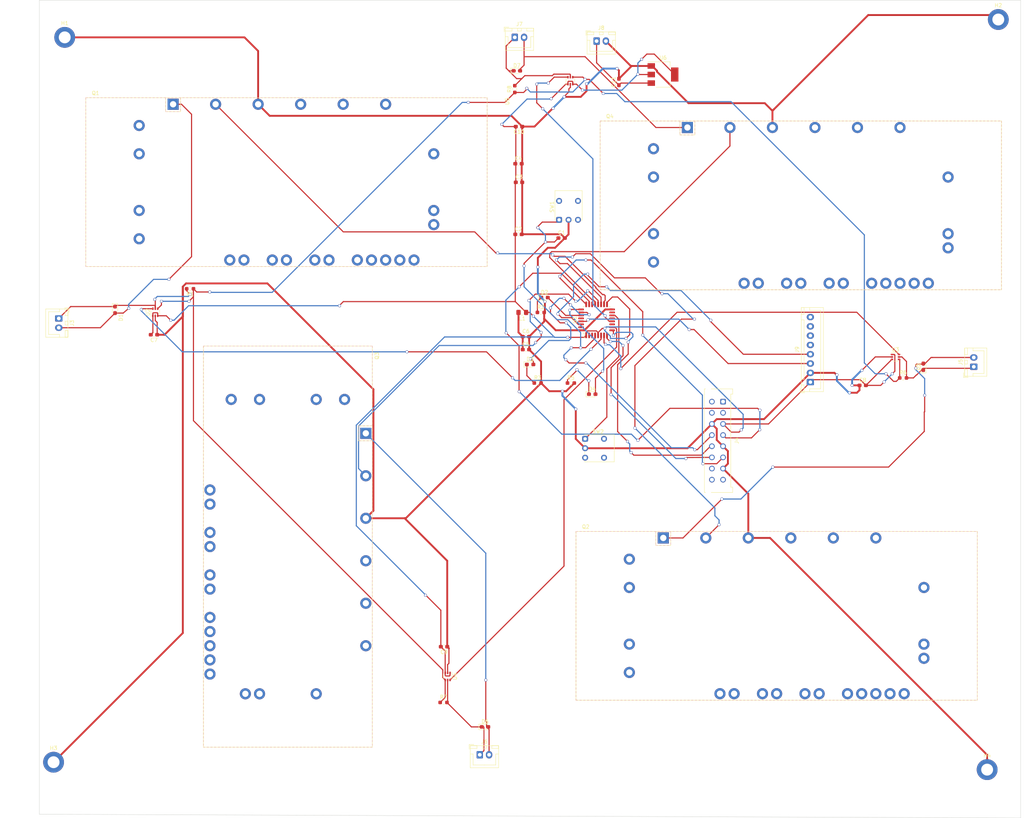
<source format=kicad_pcb>
(kicad_pcb (version 20221018) (generator pcbnew)
  (layers (0 "F.Cu" signal) (31 "B.Cu" signal) (34 "B.Paste" user) (35 "F.Paste" user) (36 "B.SilkS" user "B.Silkscreen") (37 "F.SilkS" user "F.Silkscreen") (38 "B.Mask" user) (39 "F.Mask" user) (44 "Edge.Cuts" user))
  (net 0 "")
  (net 1 "Reset_Buton ")
  (net 2 "GND")
  (net 3 "+3.3V")
  (net 4 "+3.3VA")
  (net 5 "+7.5V")
  (net 6 "Net-(D1-K)")
  (net 7 "Net-(D1-A)")
  (net 8 "Net-(D2-K)")
  (net 9 "LED_STATUS")
  (net 10 "Net-(D3-K)")
  (net 11 "LED_STOP")
  (net 12 "Net-(D4-K)")
  (net 13 "LED_Start")
  (net 14 "Net-(D5-K)")
  (net 15 "Net-(D5-A)")
  (net 16 "Net-(D6-K)")
  (net 17 "Net-(D6-A)")
  (net 18 "Net-(D7-K)")
  (net 19 "Net-(D7-A)")
  (net 22 "SWDIO")
  (net 23 "SWDCK")
  (net 27 "USART2_RX")
  (net 28 "USART2_TX")
  (net 29 "I2C_SCL")
  (net 30 "I2C_SDA")
  (net 35 "PWM_1")
  (net 36 "PWM_2")
  (net 37 "PWM_3")
  (net 38 "PWM_4")
  (net 39 "VCC")
  (net 40 "Start_Buton")
  (net 43 "AO1")
  (net 44 "AO2")
  (net 45 "AO3")
  (net 47 "AO4")
  (footprint "MountingHole:MountingHole_3.2mm_M3_DIN965_Pad" (layer "F.Cu") (at 124 234)
    (fp_text reference "H3")
    (fp_text value "MountingHole_Pad")
  )
  (footprint "Transistor_Power_Module:Littelfuse_Package_H_XBN2MM" (layer "F.Cu") (at 207.95 145.52 -90)
    (fp_text reference "Q3")
    (fp_text value "SQ2310ES")
  )
  (footprint "Capacitor_SMD:C_0603_1608Metric_Pad1.08x0.95mm_HandSolder" (layer "F.Cu") (at 151 119 180)
    (fp_text reference "C7")
    (fp_text value "0.1")
  )
  (footprint "Capacitor_SMD:C_0603_1608Metric_Pad1.08x0.95mm_HandSolder" (layer "F.Cu") (at 251 123)
    (fp_text reference "C5")
    (fp_text value "1u")
  )
  (footprint "Package_TO_SOT_SMD:SOT-363_SC-70-6" (layer "F.Cu") (at 350.3575 124.97)
    (fp_text reference "U3")
    (fp_text value "NCS210")
  )
  (footprint "Transistor_Power_Module:Littelfuse_Package_H_XBN2MM" (layer "F.Cu") (at 287.9275 173.67)
    (fp_text reference "Q2")
    (fp_text value "SQ2310ES")
  )
  (footprint "Capacitor_SMD:C_0603_1608Metric_Pad1.08x0.95mm_HandSolder" (layer "F.Cu") (at 341.545 132.62)
    (fp_text reference "C8")
    (fp_text value "0.1u")
  )
  (footprint "Connector_JST:JST_XH_B2B-XH-A_1x02_P2.50mm_Vertical" (layer "F.Cu") (at 248 39)
    (fp_text reference "J7")
    (fp_text value "Conn_01x02")
  )
  (footprint "Capacitor_SMD:C_0603_1608Metric_Pad1.08x0.95mm_HandSolder" (layer "F.Cu") (at 251 119.5)
    (fp_text reference "C6")
    (fp_text value "10n")
  )
  (footprint "MountingHole:MountingHole_3.2mm_M3_DIN965_Pad" (layer "F.Cu") (at 378 34.2)
    (fp_text reference "H2")
    (fp_text value "MountingHole_Pad")
  )
  (footprint "Capacitor_SMD:C_0603_1608Metric_Pad1.08x0.95mm_HandSolder" (layer "F.Cu") (at 249.1375 78)
    (fp_text reference "C3")
    (fp_text value "100n")
  )
  (footprint "Connector_JST:JST_XH_B2B-XH-A_1x02_P2.50mm_Vertical" (layer "F.Cu") (at 238.5925 232)
    (fp_text reference "J6")
    (fp_text value "Conn_01x02")
  )
  (footprint "Button_Switch_THT:SW_Push_1P2T_Vertical_E-Switch_800UDP8P1A1M6" (layer "F.Cu") (at 266.92 147)
    (fp_text reference "SW2")
    (fp_text value "SW_Push")
  )
  (footprint "Package_QFP:LQFP-32_7x7mm_P0.8mm" (layer "F.Cu") (at 270 115 90)
    (fp_text reference "U1")
    (fp_text value "STM32L412KBTx")
  )
  (footprint "Capacitor_SMD:C_0603_1608Metric_Pad1.08x0.95mm_HandSolder" (layer "F.Cu") (at 249 92)
    (fp_text reference "C2")
    (fp_text value "4.7uF")
  )
  (footprint "Resistor_SMD:R_0603_1608Metric_Pad0.98x0.95mm_HandSolder" (layer "F.Cu") (at 160.7 106.63 180)
    (fp_text reference "R1")
    (fp_text value "R_Small")
  )
  (footprint "MountingHole:MountingHole_3.2mm_M3_DIN965_Pad" (layer "F.Cu") (at 127 39)
    (fp_text reference "H1")
    (fp_text value "MountingHole_Pad")
  )
  (footprint "Resistor_SMD:R_0603_1608Metric_Pad0.98x0.95mm_HandSolder" (layer "F.Cu") (at 263.0875 132)
    (fp_text reference "R5")
    (fp_text value "1k")
  )
  (footprint "Connector_JST:JST_XH_B8B-XH-A_1x08_P2.50mm_Vertical" (layer "F.Cu") (at 327.475 131.75 90)
    (fp_text reference "J9")
    (fp_text value "Conn_01x08")
  )
  (footprint "Transistor_Power_Module:Littelfuse_Package_H_XBN2MM" (layer "F.Cu") (at 156.14 57)
    (fp_text reference "Q1")
    (fp_text value "SQ2310ES")
  )
  (footprint "Diode_SMD:D_0603_1608Metric_Pad1.05x0.95mm_HandSolder" (layer "F.Cu") (at 357.84 127.62 90)
    (fp_text reference "D5")
    (fp_text value "VS-30BQ0115HM3")
  )
  (footprint "Connector_JST:JST_XH_B2B-XH-A_1x02_P2.50mm_Vertical" (layer "F.Cu") (at 371.4075 127.62 90)
    (fp_text reference "J5")
    (fp_text value "Conn_01x02")
  )
  (footprint "Resistor_SMD:R_0603_1608Metric_Pad0.98x0.95mm_HandSolder" (layer "F.Cu") (at 254.1625 132)
    (fp_text reference "R3")
    (fp_text value "1k")
  )
  (footprint "LED_SMD:LED_0603_1608Metric_Pad1.05x0.95mm_HandSolder" (layer "F.Cu") (at 252.125 127)
    (fp_text reference "D3")
    (fp_text value "LED")
  )
  (footprint "Button_Switch_THT:SW_Push_1P2T_Vertical_E-Switch_800UDP8P1A1M6" (layer "F.Cu") (at 259.92 88.08 90)
    (fp_text reference "SW1")
    (fp_text value "SW_Push")
  )
  (footprint "Package_TO_SOT_SMD:SOT-363_SC-70-6" (layer "F.Cu") (at 262.95 50.65 90)
    (fp_text reference "U5")
    (fp_text value "NCS210")
  )
  (footprint "Resistor_SMD:R_0603_1608Metric_Pad0.98x0.95mm_HandSolder" (layer "F.Cu") (at 248 52.9125 90)
    (fp_text reference "R8")
    (fp_text value "R_Small")
  )
  (footprint "Connector_JST:JST_XH_B2B-XH-A_1x02_P2.50mm_Vertical" (layer "F.Cu") (at 270 40)
    (fp_text reference "J8")
    (fp_text value "batterie_regulation_centraleinertielle")
  )
  (footprint "Diode_SMD:D_0603_1608Metric_Pad1.05x0.95mm_HandSolder" (layer "F.Cu") (at 248.5675 48)
    (fp_text reference "D7")
    (fp_text value "VS-30BQ0115HM3")
  )
  (footprint "LED_SMD:LED_0603_1608Metric_Pad1.05x0.95mm_HandSolder" (layer "F.Cu") (at 268.8225 135)
    (fp_text reference "D4")
    (fp_text value "LED")
  )
  (footprint "Package_TO_SOT_SMD:SOT-363_SC-70-6" (layer "F.Cu") (at 229.9425 210.93 -90)
    (fp_text reference "U4")
    (fp_text value "NCS210")
  )
  (footprint "Transistor_Power_Module:Littelfuse_Package_H_XBN2MM" (layer "F.Cu") (at 294.42 63.25)
    (fp_text reference "Q4")
    (fp_text value "SQ2310ES")
  )
  (footprint "Capacitor_SMD:C_0603_1608Metric_Pad1.08x0.95mm_HandSolder" (layer "F.Cu") (at 249.1375 63 180)
    (fp_text reference "C10")
    (fp_text value "0.1")
  )
  (footprint "Diode_SMD:D_0603_1608Metric_Pad1.05x0.95mm_HandSolder" (layer "F.Cu") (at 140.525 112.3 -90)
    (fp_text reference "D1")
    (fp_text value "VS-30BQ0115HM3")
  )
  (footprint "Package_TO_SOT_SMD:SOT-363_SC-70-6" (layer "F.Cu") (at 151.35 112.95 90)
    (fp_text reference "U2")
    (fp_text value "NCS210")
  )
  (footprint "LED_SMD:LED_0603_1608Metric_Pad1.05x0.95mm_HandSolder" (layer "F.Cu") (at 256 109)
    (fp_text reference "D2")
    (fp_text value "LED")
  )
  (footprint "Package_TO_SOT_SMD:SOT-223-3_TabPin2" (layer "F.Cu") (at 287.85 49)
    (fp_text reference "U6")
    (fp_text value "regulator_17395xx36")
  )
  (footprint "MountingHole:MountingHole_3.2mm_M3_DIN965_Pad" (layer "F.Cu") (at 375 236)
    (fp_text reference "H4")
    (fp_text value "MountingHole_Pad")
  )
  (footprint "Capacitor_SMD:C_0603_1608Metric_Pad1.08x0.95mm_HandSolder" (layer "F.Cu") (at 260.5975 92.99)
    (fp_text reference "C1")
    (fp_text value "100nF")
  )
  (footprint "Resistor_SMD:R_0603_1608Metric_Pad0.98x0.95mm_HandSolder" (layer "F.Cu") (at 228.855 217.93)
    (fp_text reference "R7")
    (fp_text value "R_Small")
  )
  (footprint "Connector_Molex:Molex_Micro-Fit_3.0_43045-1612_2x08_P3.00mm_Vertical" (layer "F.Cu") (at 304 137 -90)
    (fp_text reference "J4")
    (fp_text value "Conn_02x07_Odd_Even")
  )
  (footprint "Diode_SMD:D_0603_1608Metric_Pad1.05x0.95mm_HandSolder" (layer "F.Cu") (at 240 224.5)
    (fp_text reference "D6")
    (fp_text value "VS-30BQ0115HM3")
  )
  (footprint "Connector_JST:JST_XH_B2B-XH-A_1x02_P2.50mm_Vertical" (layer "F.Cu") (at 125.4075 114.62 -90)
    (fp_text reference "J3")
    (fp_text value "Conn_01x02")
  )
  (footprint "Capacitor_SMD:C_0603_1608Metric_Pad1.08x0.95mm_HandSolder" (layer "F.Cu") (at 249 73)
    (fp_text reference "C4")
    (fp_text value "100n")
  )
  (footprint "Resistor_SMD:R_0603_1608Metric_Pad0.98x0.95mm_HandSolder" (layer "F.Cu") (at 255 113)
    (fp_text reference "R2")
    (fp_text value "1k")
  )
  (footprint "Inductor_SMD:L_0805_2012Metric_Pad1.15x1.40mm_HandSolder" (layer "F.Cu") (at 250.025 113 180)
    (fp_text reference "L1")
    (fp_text value "39n")
  )
  (footprint "Capacitor_SMD:C_0603_1608Metric_Pad1.08x0.95mm_HandSolder" (layer "F.Cu") (at 276 51 90)
    (fp_text reference "C11")
    (fp_text value "200u")
  )
  (footprint "Capacitor_SMD:C_0603_1608Metric_Pad1.08x0.95mm_HandSolder" (layer "F.Cu") (at 228.98 202.93 180)
    (fp_text reference "C9")
    (fp_text value "0.1")
  )
  (footprint "Resistor_SMD:R_0603_1608Metric_Pad0.98x0.95mm_HandSolder" (layer "F.Cu") (at 352.4075 130.62)
    (fp_text reference "R6")
    (fp_text value "R_Small")
  )
  (gr_line (start 384 249) (end 384 29) (stroke (width 0.1)) (layer "Edge.Cuts"))
  (gr_line (start 384 249) (end 120.2 248) (stroke (width 0.1)) (layer "Edge.Cuts"))
  (gr_line (start 120.2 29) (end 120.2 248) (stroke (width 0.1)) (layer "Edge.Cuts"))
  (gr_line (start 120.2 29) (end 384 29) (stroke (width 0.1)) (layer "Edge.Cuts"))
  (segment (start 256.25 94.05) (end 258.675 94.05) (width 0.3) (layer "F.Cu") (net 1))
  (segment (start 250.5 99.8) (end 250.5 100.5) (width 0.3) (layer "F.Cu") (net 1))
  (segment (start 258.675 94.05) (end 259.735 92.99) (width 0.3) (layer "F.Cu") (net 1))
  (segment (start 296.37373 149.92627) (end 297.07373 149.92627) (width 0.3) (layer "F.Cu") (net 1))
  (segment (start 259.3 88.7) (end 255.4 88.7) (width 0.3) (layer "F.Cu") (net 1))
  (segment (start 254.2 90.2) (end 253.9 90.2) (width 0.3) (layer "F.Cu") (net 1))
  (segment (start 263.2 122.5) (end 267.038173 122.5) (width 0.3) (layer "F.Cu") (net 1))
  (segment (start 297.07373 149.92627) (end 301 146) (width 0.3) (layer "F.Cu") (net 1))
  (segment (start 262.6 126.6) (end 261.7 125.7) (width 0.3) (layer "F.Cu") (net 1))
  (segment (start 267.1 126.6) (end 262.6 126.6) (width 0.3) (layer "F.Cu") (net 1))
  (segment (start 253.9 90.2) (end 254 90.1) (width 0.3) (layer "F.Cu") (net 1))
  (segment (start 267.038173 122.5) (end 269.6 119.938173) (width 0.3) (layer "F.Cu") (net 1))
  (segment (start 255.4 88.7) (end 254.2 89.9) (width 0.3) (layer "F.Cu") (net 1))
  (segment (start 269.6 119.938173) (end 269.6 119.175) (width 0.3) (layer "F.Cu") (net 1))
  (segment (start 254.2 89.9) (end 254.2 90.2) (width 0.3) (layer "F.Cu") (net 1))
  (segment (start 265.7 122.5) (end 267.038173 122.5) (width 0.3) (layer "F.Cu") (net 1))
  (segment (start 256.25 94.05) (end 250.5 99.8) (width 0.3) (layer "F.Cu") (net 1))
  (segment (start 259.92 88.08) (end 259.3 88.7) (width 0.3) (layer "F.Cu") (net 1))
  (via (at 261.7 125.7) (size 0.8) (drill 0.6) (layers "F.Cu" "B.Cu") (net 1))
  (via (at 296.37373 149.92627) (size 0.8) (drill 0.6) (layers "F.Cu" "B.Cu") (net 1))
  (via (at 265.7 122.5) (size 0.8) (drill 0.6) (layers "F.Cu" "B.Cu") (net 1))
  (via (at 256.25 94.05) (size 0.8) (drill 0.6) (layers "F.Cu" "B.Cu") (net 1))
  (via (at 263.2 122.5) (size 0.8) (drill 0.6) (layers "F.Cu" "B.Cu") (net 1))
  (via (at 250.5 100.5) (size 0.8) (drill 0.6) (layers "F.Cu" "B.Cu") (net 1))
  (via (at 254.2 90.2) (size 0.8) (drill 0.6) (layers "F.Cu" "B.Cu") (net 1))
  (via (at 267.1 126.6) (size 0.8) (drill 0.6) (layers "F.Cu" "B.Cu") (net 1))
  (segment (start 259.347918 114.95) (end 262.25 114.95) (width 0.3) (layer "B.Cu") (net 1))
  (segment (start 250.5 106.102082) (end 259.347918 114.95) (width 0.3) (layer "B.Cu") (net 1))
  (segment (start 250.5 100.5) (end 250.5 106.102082) (width 0.3) (layer "B.Cu") (net 1))
  (segment (start 256.25 92.25) (end 254.2 90.2) (width 0.3) (layer "B.Cu") (net 1))
  (segment (start 265.7 118.4) (end 265.7 122.5) (width 0.3) (layer "B.Cu") (net 1))
  (segment (start 296.37373 149.92627) (end 295.84746 149.4) (width 0.3) (layer "B.Cu") (net 1))
  (segment (start 267.3 126.6) (end 267.1 126.6) (width 0.3) (layer "B.Cu") (net 1))
  (segment (start 295.84746 149.4) (end 290.1 149.4) (width 0.3) (layer "B.Cu") (net 1))
  (segment (start 290.1 149.4) (end 267.3 126.6) (width 0.3) (layer "B.Cu") (net 1))
  (segment (start 262.25 114.95) (end 265.7 118.4) (width 0.3) (layer "B.Cu") (net 1))
  (segment (start 261.2 124.5) (end 263.2 122.5) (width 0.3) (layer "B.Cu") (net 1))
  (segment (start 256.25 94.05) (end 256.25 92.25) (width 0.3) (layer "B.Cu") (net 1))
  (segment (start 261.7 125.7) (end 261.2 125.2) (width 0.3) (layer "B.Cu") (net 1))
  (segment (start 261.2 125.2) (end 261.2 124.5) (width 0.3) (layer "B.Cu") (net 1))
  (segment (start 229.8425 202.93) (end 230.3 203.3875) (width 0.5) (layer "F.Cu") (net 2))
  (segment (start 316.629797 173.67) (end 375 232.040203) (width 0.5) (layer "F.Cu") (net 2))
  (segment (start 272.329594 112.2) (end 274.175 112.2) (width 0.5) (layer "F.Cu") (net 2))
  (segment (start 255.9125 114.7) (end 255.9125 115.45) (width 0.5) (layer "F.Cu") (net 2))
  (segment (start 264.4 147.02) (end 264.4 139) (width 0.5) (layer "F.Cu") (net 2))
  (segment (start 158.75 114.093503) (end 153.843503 119) (width 0.5) (layer "F.Cu") (net 2))
  (segment (start 317.61375 58.41375) (end 317.28 58.7475) (width 0.5) (layer "F.Cu") (net 2))
  (segment (start 286.25 48.25) (end 286.25 48) (width 0.5) (layer "F.Cu") (net 2))
  (segment (start 153.843503 119) (end 151.8625 119) (width 0.5) (layer "F.Cu") (net 2))
  (segment (start 261.46 92.99) (end 258.85 95.6) (width 0.5) (layer "F.Cu") (net 2))
  (segment (start 376 33) (end 343.0275 33) (width 0.5) (layer "F.Cu") (net 2))
  (segment (start 250 72.8625) (end 249.8625 73) (width 0.5) (layer "F.Cu") (net 2))
  (segment (start 315.2175 56.71) (end 294.71 56.71) (width 0.5) (layer "F.Cu") (net 2))
  (segment (start 327.475 129.25) (end 333.95 129.25) (width 0.5) (layer "F.Cu") (net 2))
  (segment (start 284.95 46.7) (end 284.7 46.7) (width 0.5) (layer "F.Cu") (net 2))
  (segment (start 159.616307 105.2) (end 181.5 105.2) (width 0.5) (layer "F.Cu") (net 2))
  (segment (start 279.4375 46.7) (end 276 50.1375) (width 0.5) (layer "F.Cu") (net 2))
  (segment (start 301 143) (end 302.3 141.7) (width 0.5) (layer "F.Cu") (net 2))
  (segment (start 266.92 149.54) (end 264.4 147.02) (width 0.5) (layer "F.Cu") (net 2))
  (segment (start 179 42.670862) (end 179 57) (width 0.5) (layer "F.Cu") (net 2))
  (segment (start 340.6825 133.9175) (end 340.6825 132.62) (width 0.5) (layer "F.Cu") (net 2))
  (segment (start 158.75 199.25) (end 158.75 106.066307) (width 0.5) (layer "F.Cu") (net 2))
  (segment (start 182.1 60.1) (end 247.1 60.1) (width 0.5) (layer "F.Cu") (net 2))
  (segment (start 317.61375 58.41375) (end 317.2675 58.76) (width 0.5) (layer "F.Cu") (net 2))
  (segment (start 250 63) (end 250 72.8625) (width 0.5) (layer "F.Cu") (net 2))
  (segment (start 343.0275 33) (end 317.61375 58.41375) (width 0.5) (layer "F.Cu") (net 2))
  (segment (start 304 155) (end 305.3 153.7) (width 0.5) (layer "F.Cu") (net 2))
  (segment (start 284.7 46.7) (end 279.4375 46.7) (width 0.5) (layer "F.Cu") (net 2))
  (segment (start 249.8975 91.965) (end 260.435 91.965) (width 0.5) (layer "F.Cu") (net 2))
  (segment (start 262.55 53.65) (end 262.55 52.85) (width 0.3) (layer "F.Cu") (net 2))
  (segment (start 260.435 91.965) (end 261.46 92.99) (width 0.5) (layer "F.Cu") (net 2))
  (segment (start 175.329138 39) (end 179 42.670862) (width 0.5) (layer "F.Cu") (net 2))
  (segment (start 260.8 134.2) (end 261.8 134.2) (width 0.5) (layer "F.Cu") (net 2))
  (segment (start 317.28 58.7475) (end 317.28 63.25) (width 0.5) (layer "F.Cu") (net 2))
  (segment (start 262.46 91.99) (end 261.46 92.99) (width 0.5) (layer "F.Cu") (net 2))
  (segment (start 317.2675 58.76) (end 315.2175 56.71) (width 0.5) (layer "F.Cu") (net 2))
  (segment (start 259.0125 117.8) (end 255.9125 114.7) (width 0.5) (layer "F.Cu") (net 2))
  (segment (start 179 57) (end 182.1 60.1) (width 0.5) (layer "F.Cu") (net 2))
  (segment (start 344.93 124.97) (end 349.4075 124.97) (width 0.3) (layer "F.Cu") (net 2))
  (segment (start 338.72 132.62) (end 338.7 132.6) (width 0.5) (layer "F.Cu") (net 2))
  (segment (start 256.9 95.6) (end 254.2 98.3) (width 0.5) (layer "F.Cu") (net 2))
  (segment (start 333.95 129.25) (end 334.5 129.8) (width 0.5) (layer "F.Cu") (net 2))
  (segment (start 276 47.9) (end 275.5 47.4) (width 0.5) (layer "F.Cu") (net 2))
  (segment (start 334.6 129.8) (end 334.6 129.9) (width 0.5) (layer "F.Cu") (net 2))
  (segment (start 258.3 58.1) (end 258.2 58.1) (width 0.5) (layer "F.Cu") (net 2))
  (segment (start 261.3 54.9) (end 262.55 53.65) (width 0.3) (layer "F.Cu") (net 2))
  (segment (start 151.8625 115.7) (end 151.35 115.1875) (width 0.3) (layer "F.Cu") (net 2))
  (segment (start 253.3 63) (end 250 63) (width 0.5) (layer "F.Cu") (net 2))
  (segment (start 260.8 134.2) (end 257.275 134.2) (width 0.5) (layer "F.Cu") (net 2))
  (segment (start 266.729594 117.8) (end 272.329594 112.2) (width 0.5) (layer "F.Cu") (net 2))
  (segment (start 286.25 48) (end 284.95 46.7) (width 0.5) (layer "F.Cu") (net 2))
  (segment (start 181.5 105.2) (end 210 133.7) (width 0.5) (layer "F.Cu") (net 2))
  (segment (start 262.55 52.85) (end 262.95 52.45) (width 0.3) (layer "F.Cu") (net 2))
  (segment (start 218.695 168.38) (end 218.4 168.38) (width 0.5) (layer "F.Cu") (net 2))
  (segment (start 251.8625 123) (end 251.8625 119.5) (width 0.5) (layer "F.Cu") (net 2))
  (segment (start 256.1 112.8125) (end 255.9125 113) (width 0.5) (layer "F.Cu") (net 2))
  (segment (start 249.8625 73) (end 249.8625 77.8625) (width 0.5) (layer "F.Cu") (net 2))
  (segment (start 254.2 98.3) (end 254.2 100.8) (width 0.5) (layer "F.Cu") (net 2))
  (segment (start 334.6 129.9) (end 334.5 129.8) (width 0.5) (layer "F.Cu") (net 2))
  (segment (start 338 134.6) (end 340 134.6) (width 0.5) (layer "F.Cu") (net 2))
  (segment (start 210 166.33) (end 207.95 168.38) (width 0.5) (layer "F.Cu") (net 2))
  (segment (start 255.9125 115.45) (end 251.8625 119.5) (width 0.5) (layer "F.Cu") (net 2))
  (segment (start 255.075 132) (end 255.075 126.2125) (width 0.5) (layer "F.Cu") (net 2))
  (segment (start 279.2 46.7) (end 279.4375 46.7) (width 0.5) (layer "F.Cu") (net 2))
  (segment (start 210 133.7) (end 210 166.33) (width 0.5) (layer "F.Cu") (net 2))
  (segment (start 294.46 149.54) (end 301 143) (width 0.5) (layer "F.Cu") (net 2))
  (segment (start 229.8425 179.8225) (end 218.4 168.38) (width 0.5) (layer "F.Cu") (net 2))
  (segment (start 340.6825 132.62) (end 338.72 132.62) (width 0.5) (layer "F.Cu") (net 2))
  (segment (start 294.71 56.71) (end 286.25 48.25) (width 0.5) (layer "F.Cu") (net 2))
  (segment (start 267.3 53.443503) (end 265.743503 55) (width 0.5) (layer "F.Cu") (net 2))
  (segment (start 151.35 115.1875) (end 151.35 113.9) (width 0.3) (layer "F.Cu") (net 2))
  (segment (start 375 232.040203) (end 375 236) (width 0.5) (layer "F.Cu") (net 2))
  (segment (start 302.3 147.3) (end 302.3 144.3) (width 0.5) (layer "F.Cu") (net 2))
  (segment (start 305.3 153.7) (end 305.3 150.3) (width 0.5) (layer "F.Cu") (net 2))
  (segment (start 250 78) (end 250 91.8625) (width 0.5) (layer "F.Cu") (net 2))
  (segment (start 334.5 129.8) (end 334.6 129.8) (width 0.5) (layer "F.Cu") (net 2))
  (segment (start 158.75 106.066307) (end 158.75 114.093503) (width 0.5) (layer "F.Cu") (net 2))
  (segment (start 266.92 149.54) (end 294.46 149.54) (width 0.5) (layer "F.Cu") (net 2))
  (segment (start 267.3 51.5) (end 267.3 53.443503) (width 0.5) (layer "F.Cu") (net 2))
  (segment (start 341.3 128.6) (end 344.93 124.97) (width 0.3) (layer "F.Cu") (net 2))
  (segment (start 250 91.8625) (end 249.8625 92) (width 0.5) (layer "F.Cu") (net 2))
  (segment (start 340 134.6) (end 340.6825 133.9175) (width 0.5) (layer "F.Cu") (net 2))
  (segment (start 218.4 168.38) (end 207.95 168.38) (width 0.5) (layer "F.Cu") (net 2))
  (segment (start 261.8 134.2) (end 264 132) (width 0.5) (layer "F.Cu") (net 2))
  (segment (start 256.1 110.1) (end 256.1 112.8125) (width 0.5) (layer "F.Cu") (net 2))
  (segment (start 249.8625 92) (end 249.8975 91.965) (width 0.5) (layer "F.Cu") (net 2))
  (segment (start 255.075 126.2125) (end 251.8625 123) (width 0.5) (layer "F.Cu") (net 2))
  (segment (start 257.275 134.2) (end 255.075 132) (width 0.5) (layer "F.Cu") (net 2))
  (segment (start 315.025 141.7) (end 327.475 129.25) (width 0.5) (layer "F.Cu") (net 2))
  (segment (start 258.2 58.1) (end 253.3 63) (width 0.5) (layer "F.Cu") (net 2))
  (segment (start 265.743503 55) (end 261.3 55) (width 0.5) (layer "F.Cu") (net 2))
  (segment (start 272.5 40) (end 279.2 46.7) (width 0.5) (layer "F.Cu") (net 2))
  (segment (start 304 155) (end 310.7875 161.7875) (width 0.5) (layer "F.Cu") (net 2))
  (segment (start 124 234) (end 158.75 199.25) (width 0.5) (layer "F.Cu") (net 2))
  (segment (start 229.8425 202.93) (end 229.8425 179.8225) (width 0.5) (layer "F.Cu") (net 2))
  (segment (start 258.85 95.6) (end 256.9 95.6) (width 0.5) (layer "F.Cu") (net 2))
  (segment (start 302.3 141.7) (end 315.025 141.7) (width 0.5) (layer "F.Cu") (net 2))
  (segment (start 262.95 52.45) (end 262.95 51.6) (width 0.3) (layer "F.Cu") (net 2))
  (segment (start 304 149) (end 302.3 147.3) (width 0.5) (layer "F.Cu") (net 2))
  (segment (start 249.8625 77.8625) (end 250 78) (width 0.5) (layer "F.Cu") (net 2))
  (segment (start 261.3 55) (end 261.3 54.9) (width 0.5) (layer "F.Cu") (net 2))
  (segment (start 265.825 117.8) (end 266.729594 117.8) (width 0.5) (layer "F.Cu") (net 2))
  (segment (start 255.075 132) (end 218.695 168.38) (width 0.5) (layer "F.Cu") (net 2))
  (segment (start 276 50.1375) (end 276 47.9) (width 0.5) (layer "F.Cu") (net 2))
  (segment (start 310.7875 161.7875) (end 310.7875 173.67) (width 0.5) (layer "F.Cu") (net 2))
  (segment (start 151.8625 119) (end 151.8625 115.7) (width 0.3) (layer "F.Cu") (net 2))
  (segment (start 127 39) (end 175.329138 39) (width 0.5) (layer "F.Cu") (net 2))
  (segment (start 265.825 117.8) (end 259.0125 117.8) (width 0.5) (layer "F.Cu") (net 2))
  (segment (start 302.3 144.3) (end 301 143) (width 0.5) (layer "F.Cu") (net 2))
  (segment (start 262.46 88.08) (end 262.46 91.99) (width 0.5) (layer "F.Cu") (net 2))
  (segment (start 158.75 106.066307) (end 159.616307 105.2) (width 0.5) (layer "F.Cu") (net 2))
  (segment (start 305.3 150.3) (end 304 149) (width 0.5) (layer "F.Cu") (net 2))
  (segment (start 247.1 60.1) (end 250 63) (width 0.5) (layer "F.Cu") (net 2))
  (segment (start 229.9425 207.7575) (end 229.9425 209.98) (width 0.3) (layer "F.Cu") (net 2))
  (segment (start 310.7875 173.67) (end 316.629797 173.67) (width 0.5) (layer "F.Cu") (net 2))
  (segment (start 255.9125 113) (end 255.9125 114.7) (width 0.5) (layer "F.Cu") (net 2))
  (segment (start 230.3 203.3875) (end 230.3 207.4) (width 0.3) (layer "F.Cu") (net 2))
  (segment (start 230.3 207.4) (end 229.9425 207.7575) (width 0.3) (layer "F.Cu") (net 2))
  (via (at 258.3 58.1) (size 0.8) (drill 0.6) (layers "F.Cu" "B.Cu") (net 2))
  (via (at 267.3 51.5) (size 0.8) (drill 0.6) (layers "F.Cu" "B.Cu") (net 2))
  (via (at 264.4 139) (size 0.8) (drill 0.6) (layers "F.Cu" "B.Cu") (net 2))
  (via (at 260.8 134.2) (size 0.8) (drill 0.6) (layers "F.Cu" "B.Cu") (net 2))
  (via (at 275.5 47.4) (size 0.8) (drill 0.6) (layers "F.Cu" "B.Cu") (net 2))
  (via (at 334.6 129.8) (size 0.8) (drill 0.6) (layers "F.Cu" "B.Cu") (net 2))
  (via (at 261.3 55) (size 0.8) (drill 0.6) (layers "F.Cu" "B.Cu") (net 2))
  (via (at 341.3 128.6) (size 0.8) (drill 0.6) (layers "F.Cu" "B.Cu") (net 2))
  (via (at 256.1 110.1) (size 0.8) (drill 0.6) (layers "F.Cu" "B.Cu") (net 2))
  (via (at 338.7 132.6) (size 0.8) (drill 0.6) (layers "F.Cu" "B.Cu") (net 2))
  (via (at 254.2 100.8) (size 0.8) (drill 0.6) (layers "F.Cu" "B.Cu") (net 2))
  (via (at 338 134.6) (size 0.8) (drill 0.6) (layers "F.Cu" "B.Cu") (net 2))
  (segment (start 254.2 107.9) (end 256.1 110.1) (width 0.5) (layer "B.Cu") (net 2))
  (segment (start 338 134.6) (end 338 134.8) (width 0.5) (layer "B.Cu") (net 2))
  (segment (start 341.3 128.5) (end 341.2 128.6) (width 0.5) (layer "B.Cu") (net 2))
  (segment (start 254.2 100.8) (end 254.2 107.9) (width 0.5) (layer "B.Cu") (net 2))
  (segment (start 334.6 129.8) (end 334.6 131.4) (width 0.5) (layer "B.Cu") (net 2))
  (segment (start 267.6 51.5) (end 271.7 47.4) (width 0.5) (layer "B.Cu") (net 2))
  (segment (start 260.8 135.4) (end 264.4 139) (width 0.5) (layer "B.Cu") (net 2))
  (segment (start 271.7 47.4) (end 275.5 47.4) (width 0.5) (layer "B.Cu") (net 2))
  (segment (start 341.3 128.6) (end 341.3 128.5) (width 0.5) (layer "B.Cu") (net 2))
  (segment (start 260.8 134.2) (end 260.8 135.4) (width 0.5) (layer "B.Cu") (net 2))
  (segment (start 341.2 128.6) (end 341.3 128.6) (width 0.5) (layer "B.Cu") (net 2))
  (segment (start 334.6 131.4) (end 337.8 134.6) (width 0.5) (layer "B.Cu") (net 2))
  (segment (start 338 134.8) (end 337.9 134.7) (width 0.5) (layer "B.Cu") (net 2))
  (segment (start 337.8 134.6) (end 338 134.6) (width 0.5) (layer "B.Cu") (net 2))
  (segment (start 258.3 58) (end 261.3 55) (width 0.5) (layer "B.Cu") (net 2))
  (segment (start 267.3 51.5) (end 267.6 51.5) (width 0.5) (layer "B.Cu") (net 2))
  (segment (start 338.7 131.1) (end 341.2 128.6) (width 0.5) (layer "B.Cu") (net 2))
  (segment (start 338.7 132.6) (end 338.7 131.1) (width 0.5) (layer "B.Cu") (net 2))
  (segment (start 258.3 58.1) (end 258.3 58) (width 0.5) (layer "B.Cu") (net 2))
  (segment (start 347.3 131.7) (end 346.38 132.62) (width 0.3) (layer "F.Cu") (net 3))
  (segment (start 229.434841 210.797341) (end 230.450159 210.797341) (width 0.3) (layer "F.Cu") (net 3))
  (segment (start 350.1825 128.8175) (end 349.5 129.5) (width 0.3) (layer "F.Cu") (net 3))
  (segment (start 230.5925 210.655) (end 230.5925 209.98) (width 0.3) (layer "F.Cu") (net 3))
  (segment (start 342.4075 132.62) (end 349.4075 125.62) (width 0.3) (layer "F.Cu") (net 3))
  (segment (start 200.9 111.2) (end 200.8 111.2) (width 0.3) (layer "F.Cu") (net 3))
  (segment (start 272.2 117.3) (end 271.511827 117.3) (width 0.3) (layer "F.Cu") (net 3))
  (segment (start 272.8 110.297918) (end 272.8 110.825) (width 0.3) (layer "F.Cu") (net 3))
  (segment (start 248.275 73.1375) (end 248.275 78) (width 0.3) (layer "F.Cu") (net 3))
  (segment (start 350.0325 124.32) (end 350.1825 124.47) (width 0.3) (layer "F.Cu") (net 3))
  (segment (start 261.7 51.6) (end 262.3 51.6) (width 0.3) (layer "F.Cu") (net 3))
  (segment (start 150.7 118.4375) (end 150.7 113.9) (width 0.3) (layer "F.Cu") (net 3))
  (segment (start 230.450159 210.797341) (end 230.5925 210.655) (width 0.3) (layer "F.Cu") (net 3))
  (segment (start 224.1 189.1) (end 228.1175 193.1175) (width 0.3) (layer "F.Cu") (net 3))
  (segment (start 275.65 108.85) (end 274.247918 108.85) (width 0.3) (layer "F.Cu") (net 3))
  (segment (start 278.9 119) (end 278.9 112.1) (width 0.3) (layer "F.Cu") (net 3))
  (segment (start 150.825 113.1) (end 151.875 113.1) (width 0.3) (layer "F.Cu") (net 3))
  (segment (start 262.3 50.975) (end 262.45 50.825) (width 0.3) (layer "F.Cu") (net 3))
  (segment (start 281.1 48.9) (end 281.2 49) (width 0.3) (layer "F.Cu") (net 3))
  (segment (start 269.963173 117.975) (end 267.55 117.975) (width 0.3) (layer "F.Cu") (net 3))
  (segment (start 346.38 132.62) (end 342.4075 132.62) (width 0.3) (layer "F.Cu") (net 3))
  (segment (start 306.2 145.2) (end 304 143) (width 0.3) (layer "F.Cu") (net 3))
  (segment (start 327.475 131.75) (end 328.125 131.1) (width 0.3) (layer "F.Cu") (net 3))
  (segment (start 248.275 72.8625) (end 248.1375 73) (width 0.3) (layer "F.Cu") (net 3))
  (segment (start 257.8 55.5) (end 261.7 51.6) (width 0.3) (layer "F.Cu") (net 3))
  (segment (start 283.5 43.5) (end 285.5 43.5) (width 0.3) (layer "F.Cu") (net 3))
  (segment (start 277.9 120) (end 278.9 119) (width 0.3) (layer "F.Cu") (net 3))
  (segment (start 154.3 113.9) (end 152 113.9) (width 0.3) (layer "F.Cu") (net 3))
  (segment (start 200.8 111.2) (end 200.9 111.1) (width 0.3) (layer "F.Cu") (net 3))
  (segment (start 267.2 118.325) (end 267.2 119.175) (width 0.3) (layer "F.Cu") (net 3))
  (segment (start 274.247918 108.85) (end 272.8 110.297918) (width 0.3) (layer "F.Cu") (net 3))
  (segment (start 270.4 118.411827) (end 269.963173 117.975) (width 0.3) (layer "F.Cu") (net 3))
  (segment (start 266.675 119.7) (end 267.2 119.175) (width 0.3) (layer "F.Cu") (net 3))
  (segment (start 228.1175 193.1175) (end 228.1175 202.93) (width 0.3) (layer "F.Cu") (net 3))
  (segment (start 266.2 53.2) (end 264.6 51.6) (width 0.3) (layer "F.Cu") (net 3))
  (segment (start 224 189.1) (end 224.1 189.1) (width 0.3) (layer "F.Cu") (net 3))
  (segment (start 340.8875 131.1) (end 342.4075 132.62) (width 0.3) (layer "F.Cu") (net 3))
  (segment (start 244.5 62.4) (end 245.1 63) (width 0.3) (layer "F.Cu") (net 3))
  (segment (start 267.55 117.975) (end 267.2 118.325) (width 0.3) (layer "F.Cu") (net 3))
  (segment (start 251.05 113) (end 252 113) (width 0.3) (layer "F.Cu") (net 3))
  (segment (start 304 143) (end 316.225 143) (width 0.3) (layer "F.Cu") (net 3))
  (segment (start 271.511827 117.3) (end 270.4 118.411827) (width 0.3) (layer "F.Cu") (net 3))
  (segment (start 308.3 145.2) (end 306.2 145.2) (width 0.3) (layer "F.Cu") (net 3))
  (segment (start 270.4 119.175) (end 270.4 118.411827) (width 0.3) (layer "F.Cu") (net 3))
  (segment (start 150.7 113.9) (end 150.7 113.225) (width 0.3) (layer "F.Cu") (net 3))
  (segment (start 248.1375 78.1375) (end 248.1375 92) (width 0.3) (layer "F.Cu") (net 3))
  (segment (start 282.1 44.9) (end 283.5 43.5) (width 0.3) (layer "F.Cu") (net 3))
  (segment (start 263.425 50.825) (end 263.6 51) (width 0.3) (layer "F.Cu") (net 3))
  (segment (start 262.3 51.6) (end 262.3 50.975) (width 0.3) (layer "F.Cu") (net 3))
  (segment (start 262.45 50.825) (end 263.425 50.825) (width 0.3) (layer "F.Cu") (net 3))
  (segment (start 281.2 49) (end 284.7 49) (width 0.3) (layer "F.Cu") (net 3))
  (segment (start 278.9 112.1) (end 275.65 108.85) (width 0.3) (layer "F.Cu") (net 3))
  (segment (start 264.6 51.6) (end 263.6 51.6) (width 0.3) (layer "F.Cu") (net 3))
  (segment (start 308.9 144.6) (end 308.3 145.2) (width 0.3) (layer "F.Cu") (net 3))
  (segment (start 200.9 111.1) (end 200.9 111.2) (width 0.3) (layer "F.Cu") (net 3))
  (segment (start 201.9125 110.0875) (end 200.9 111.1) (width 0.3) (layer "F.Cu") (net 3))
  (segment (start 151.875 113.1) (end 152 113.225) (width 0.3) (layer "F.Cu") (net 3))
  (segment (start 248.1375 110.0875) (end 251.05 113) (width 0.3) (layer "F.Cu") (net 3))
  (segment (start 229.2925 204.105) (end 229.2925 209.98) (width 0.3) (layer "F.Cu") (net 3))
  (segment (start 248.1375 92) (end 248.1375 110.0875) (width 0.3) (layer "F.Cu") (net 3))
  (segment (start 150.1375 119) (end 150.7 118.4375) (width 0.3) (layer "F.Cu") (net 3))
  (segment (start 285.5 43.5) (end 291 49) (width 0.3) (layer "F.Cu") (net 3))
  (segment (start 150.7 113.225) (end 150.825 113.1) (width 0.3) (layer "F.Cu") (net 3))
  (segment (start 152 113.225) (end 152 113.9) (width 0.3) (layer "F.Cu") (net 3))
  (segment (start 229.2925 209.98) (end 229.2925 210.655) (width 0.3) (layer "F.Cu") (net 3))
  (segment (start 350.1825 124.47) (end 350.1825 128.8175) (width 0.3) (layer "F.Cu") (net 3))
  (segment (start 228.1175 202.93) (end 229.2925 204.105) (width 0.3) (layer "F.Cu") (net 3))
  (segment (start 155.5 115.1) (end 154.3 113.9) (width 0.3) (layer "F.Cu") (net 3))
  (segment (start 263.6 51) (end 263.6 51.6) (width 0.3) (layer "F.Cu") (net 3))
  (segment (start 328.125 131.1) (end 340.8875 131.1) (width 0.3) (layer "F.Cu") (net 3))
  (segment (start 248.1375 110.0875) (end 201.9125 110.0875) (width 0.3) (layer "F.Cu") (net 3))
  (segment (start 262.2 119.7) (end 266.675 119.7) (width 0.3) (layer "F.Cu") (net 3))
  (segment (start 248.275 63) (end 248.275 72.8625) (width 0.3) (layer "F.Cu") (net 3))
  (segment (start 252 113) (end 253 114) (width 0.3) (layer "F.Cu") (net 3))
  (segment (start 248.275 78) (end 248.1375 78.1375) (width 0.3) (layer "F.Cu") (net 3))
  (segment (start 245.1 63) (end 248.275 63) (width 0.3) (layer "F.Cu") (net 3))
  (segment (start 248.1375 73) (end 248.275 73.1375) (width 0.3) (layer "F.Cu") (net 3))
  (segment (start 316.225 143) (end 327.475 131.75) (width 0.3) (layer "F.Cu") (net 3))
  (segment (start 349.4075 124.32) (end 350.0325 124.32) (width 0.3) (layer "F.Cu") (net 3))
  (via (at 277.9 120) (size 0.8) (drill 0.6) (layers "F.Cu" "B.Cu") (net 3))
  (via (at 224 189.1) (size 0.8) (drill 0.6) (layers "F.Cu" "B.Cu") (net 3))
  (via (at 281.1 48.9) (size 0.8) (drill 0.6) (layers "F.Cu" "B.Cu") (net 3))
  (via (at 253 114) (size 0.8) (drill 0.6) (layers "F.Cu" "B.Cu") (net 3))
  (via (at 200.9 111.2) (size 0.8) (drill 0.6) (layers "F.Cu" "B.Cu") (net 3))
  (via (at 262.2 119.7) (size 0.8) (drill 0.6) (layers "F.Cu" "B.Cu") (net 3))
  (via (at 272.2 117.3) (size 0.8) (drill 0.6) (layers "F.Cu" "B.Cu") (net 3))
  (via (at 257.8 55.5) (size 0.8) (drill 0.6) (layers "F.Cu" "B.Cu") (net 3))
  (via (at 244.5 62.4) (size 0.8) (drill 0.6) (layers "F.Cu" "B.Cu") (net 3))
  (via (at 155.5 115.1) (size 0.8) (drill 0.6) (layers "F.Cu" "B.Cu") (net 3))
  (via (at 349.5 129.5) (size 0.8) (drill 0.6) (layers "F.Cu" "B.Cu") (net 3))
  (via (at 266.2 53.2) (size 0.8) (drill 0.6) (layers "F.Cu" "B.Cu") (net 3))
  (via (at 308.9 144.6) (size 0.8) (drill 0.6) (layers "F.Cu" "B.Cu") (net 3))
  (via (at 282.1 44.9) (size 0.8) (drill 0.6) (layers "F.Cu" "B.Cu") (net 3))
  (via (at 347.3 131.7) (size 0.8) (drill 0.6) (layers "F.Cu" "B.Cu") (net 3))
  (segment (start 258.6 119.6) (end 258.7 119.7) (width 0.3) (layer "B.Cu") (net 3))
  (segment (start 244.5 62.4) (end 251.3 55.6) (width 0.3) (layer "B.Cu") (net 3))
  (segment (start 205.4 170.4) (end 205.4 143.321472) (width 0.3) (layer "B.Cu") (net 3))
  (segment (start 224 189) (end 205.4 170.4) (width 0.3) (layer "B.Cu") (net 3))
  (segment (start 285.889949 116.9) (end 309.4 140.410051) (width 0.3) (layer "B.Cu") (net 3))
  (segment (start 257.7 55.6) (end 257.6 55.6) (width 0.3) (layer "B.Cu") (net 3))
  (segment (start 258.7 119.7) (end 262.2 119.7) (width 0.3) (layer "B.Cu") (net 3))
  (segment (start 272.2 117.3) (end 272.6 116.9) (width 0.3) (layer "B.Cu") (net 3))
  (segment (start 281.1 45.9) (end 281.1 48.9) (width 0.3) (layer "B.Cu") (net 3))
  (segment (start 229.121472 119.6) (end 258.6 119.6) (width 0.3) (layer "B.Cu") (net 3))
  (segment (start 347.3 131.7) (end 349.5 129.5) (width 0.3) (layer "B.Cu") (net 3))
  (segment (start 251.3 55.6) (end 257.5 55.6) (width 0.3) (layer "B.Cu") (net 3))
  (segment (start 205.4 143.321472) (end 229.121472 119.6) (width 0.3) (layer "B.Cu") (net 3))
  (segment (start 257.8 55.5) (end 257.7 55.6) (width 0.3) (layer "B.Cu") (net 3))
  (segment (start 282.1 44.9) (end 281.1 45.9) (width 0.3) (layer "B.Cu") (net 3))
  (segment (start 309.4 140.410051) (end 309.4 144.1) (width 0.3) (layer "B.Cu") (net 3))
  (segment (start 155.5 115.1) (end 156.4 115.1) (width 0.3) (layer "B.Cu") (net 3))
  (segment (start 224 189.1) (end 224 189) (width 0.3) (layer "B.Cu") (net 3))
  (segment (start 309.4 144.1) (end 308.9 144.6) (width 0.3) (layer "B.Cu") (net 3))
  (segment (start 272.6 116.9) (end 285.889949 116.9) (width 0.3) (layer "B.Cu") (net 3))
  (segment (start 276.8 53.2) (end 266.2 53.2) (width 0.3) (layer "B.Cu") (net 3))
  (segment (start 253 114) (end 258.6 119.6) (width 0.3) (layer "B.Cu") (net 3))
  (segment (start 277.9 120) (end 273.7 120) (width 0.3) (layer "B.Cu") (net 3))
  (segment (start 160.3 111.2) (end 200.9 111.2) (width 0.3) (layer "B.Cu") (net 3))
  (segment (start 273.7 119.4) (end 272.2 117.9) (width 0.3) (layer "B.Cu") (net 3))
  (segment (start 156.4 115.1) (end 160.3 111.2) (width 0.3) (layer "B.Cu") (net 3))
  (segment (start 273.7 120) (end 273.7 119.4) (width 0.3) (layer "B.Cu") (net 3))
  (segment (start 272.2 117.9) (end 272.2 117.3) (width 0.3) (layer "B.Cu") (net 3))
  (segment (start 281.1 48.9) (end 276.8 53.2) (width 0.3) (layer "B.Cu") (net 3))
  (segment (start 257.5 55.6) (end 257.8 55.5) (width 0.3) (layer "B.Cu") (net 3))
  (segment (start 250.1375 123) (end 250.1375 119.5) (width 0.5) (layer "F.Cu") (net 4))
  (segment (start 249 113) (end 249 118.3625) (width 0.5) (layer "F.Cu") (net 4))
  (segment (start 249 118.3625) (end 250.1375 119.5) (width 0.5) (layer "F.Cu") (net 4))
  (segment (start 270 45.8625) (end 276 51.8625) (width 0.3) (layer "F.Cu") (net 5))
  (segment (start 276 51.8625) (end 276.5625 51.3) (width 0.3) (layer "F.Cu") (net 5))
  (segment (start 276.5625 51.3) (end 284.7 51.3) (width 0.3) (layer "F.Cu") (net 5))
  (segment (start 270 40) (end 270 45.8625) (width 0.3) (layer "F.Cu") (net 5))
  (segment (start 128.6025 111.425) (end 140.525 111.425) (width 0.3) (layer "F.Cu") (net 6))
  (segment (start 151.2 111.1) (end 151.35 111.25) (width 0.3) (layer "F.Cu") (net 6))
  (segment (start 151.35 109.65) (end 151.35 111.6) (width 0.3) (layer "F.Cu") (net 6))
  (segment (start 151.35 111.6) (end 151.35 112) (width 0.3) (layer "F.Cu") (net 6))
  (segment (start 151.35 111.25) (end 151.35 111.6) (width 0.3) (layer "F.Cu") (net 6))
  (segment (start 151.2 109.5) (end 151.35 109.65) (width 0.3) (layer "F.Cu") (net 6))
  (segment (start 160.763 108.147343) (end 159.7875 107.171843) (width 0.3) (layer "F.Cu") (net 6))
  (segment (start 140.85 111.1) (end 151.2 111.1) (width 0.3) (layer "F.Cu") (net 6))
  (segment (start 159.7875 107.171843) (end 159.7875 106.63) (width 0.3) (layer "F.Cu") (net 6))
  (segment (start 125.4075 114.62) (end 128.6025 111.425) (width 0.3) (layer "F.Cu") (net 6))
  (segment (start 140.525 111.425) (end 140.85 111.1) (width 0.3) (layer "F.Cu") (net 6))
  (via (at 151.2 109.5) (size 0.8) (drill 0.6) (layers "F.Cu" "B.Cu") (net 6))
  (via (at 160.763 108.147343) (size 0.8) (drill 0.6) (layers "F.Cu" "B.Cu") (net 6))
  (segment (start 151.2 109.4) (end 151.2 109.5) (width 0.3) (layer "B.Cu") (net 6))
  (segment (start 151.9 108.7) (end 151.2 109.4) (width 0.3) (layer "B.Cu") (net 6))
  (segment (start 160.763 108.147343) (end 160.210343 108.7) (width 0.3) (layer "B.Cu") (net 6))
  (segment (start 151.1 109.5) (end 151.2 109.4) (width 0.3) (layer "B.Cu") (net 6))
  (segment (start 160.210343 108.7) (end 151.9 108.7) (width 0.3) (layer "B.Cu") (net 6))
  (segment (start 151.2 109.5) (end 151.1 109.5) (width 0.3) (layer "B.Cu") (net 6))
  (segment (start 142.725 113.175) (end 144.2 111.9) (width 0.3) (layer "F.Cu") (net 7))
  (segment (start 136.58 117.12) (end 140.525 113.175) (width 0.3) (layer "F.Cu") (net 7))
  (segment (start 140.525 113.175) (end 142.725 113.175) (width 0.3) (layer "F.Cu") (net 7))
  (segment (start 161.1 98) (end 155 104.1) (width 0.3) (layer "F.Cu") (net 7))
  (segment (start 158.4 57) (end 161.1 59.7) (width 0.3) (layer "F.Cu") (net 7))
  (segment (start 156.14 57) (end 158.4 57) (width 0.3) (layer "F.Cu") (net 7))
  (segment (start 125.4075 117.12) (end 136.58 117.12) (width 0.3) (layer "F.Cu") (net 7))
  (segment (start 161.1 59.7) (end 161.1 98) (width 0.3) (layer "F.Cu") (net 7))
  (via (at 144.2 111.9) (size 0.8) (drill 0.6) (layers "F.Cu" "B.Cu") (net 7))
  (via (at 155 104.1) (size 0.8) (drill 0.6) (layers "F.Cu" "B.Cu") (net 7))
  (segment (start 144.2 111.9) (end 144.2 110.8) (width 0.3) (layer "B.Cu") (net 7))
  (segment (start 150.9 104.1) (end 155 104.1) (width 0.3) (layer "B.Cu") (net 7))
  (segment (start 149.7 105.3) (end 150.9 104.1) (width 0.3) (layer "B.Cu") (net 7))
  (segment (start 144.2 110.8) (end 149.7 105.3) (width 0.3) (layer "B.Cu") (net 7))
  (segment (start 254.0875 110.0375) (end 254.0875 113) (width 0.3) (layer "F.Cu") (net 8))
  (segment (start 255.125 109) (end 254.0875 110.0375) (width 0.3) (layer "F.Cu") (net 8))
  (segment (start 261.675 113.8) (end 265.825 113.8) (width 0.3) (layer "F.Cu") (net 9))
  (segment (start 256.875 109) (end 261.675 113.8) (width 0.3) (layer "F.Cu") (net 9))
  (segment (start 251.25 130) (end 253.25 132) (width 0.3) (layer "F.Cu") (net 10))
  (segment (start 251.25 127) (end 251.25 130) (width 0.3) (layer "F.Cu") (net 10))
  (segment (start 252.2 125.5) (end 252.2 125.4) (width 0.3) (layer "F.Cu") (net 11))
  (segment (start 268 113.6) (end 267.4 113) (width 0.3) (layer "F.Cu") (net 11))
  (segment (start 257.6 113.202082) (end 260.197918 115.8) (width 0.3) (layer "F.Cu") (net 11))
  (segment (start 253 127) (end 253 126.2) (width 0.3) (layer "F.Cu") (net 11))
  (segment (start 253 126.2) (end 252.3 125.5) (width 0.3) (layer "F.Cu") (net 11))
  (segment (start 252.2 125.4) (end 252.3 125.5) (width 0.3) (layer "F.Cu") (net 11))
  (segment (start 261.2 109.2) (end 263 111) (width 0.3) (layer "F.Cu") (net 11))
  (segment (start 267.4 113) (end 265.825 113) (width 0.3) (layer "F.Cu") (net 11))
  (segment (start 257.6 111.8) (end 257.6 113.202082) (width 0.3) (layer "F.Cu") (net 11))
  (segment (start 252.3 125.5) (end 252.2 125.5) (width 0.3) (layer "F.Cu") (net 11))
  (segment (start 260.197918 115.8) (end 261.8 115.8) (width 0.3) (layer "F.Cu") (net 11))
  (via (at 257.6 111.8) (size 0.8) (drill 0.6) (layers "F.Cu" "B.Cu") (net 11))
  (via (at 261.8 115.8) (size 0.8) (drill 0.6) (layers "F.Cu" "B.Cu") (net 11))
  (via (at 261.2 109.2) (size 0.8) (drill 0.6) (layers "F.Cu" "B.Cu") (net 11))
  (via (at 268 113.6) (size 0.8) (drill 0.6) (layers "F.Cu" "B.Cu") (net 11))
  (via (at 252.2 125.5) (size 0.8) (drill 0.6) (layers "F.Cu" "B.Cu") (net 11))
  (via (at 263 111) (size 0.8) (drill 0.6) (layers "F.Cu" "B.Cu") (net 11))
  (segment (start 257.6 111.8) (end 257.6 111.6) (width 0.3) (layer "B.Cu") (net 11))
  (segment (start 268 113.6) (end 265.6 113.6) (width 0.3) (layer "B.Cu") (net 11))
  (segment (start 263.05 120.052082) (end 263.05 117.05) (width 0.3) (layer "B.Cu") (net 11))
  (segment (start 263.05 117.05) (end 261.8 115.8) (width 0.3) (layer "B.Cu") (net 11))
  (segment (start 257.6 111.6) (end 260 109.2) (width 0.3) (layer "B.Cu") (net 11))
  (segment (start 260 109.2) (end 261.2 109.2) (width 0.3) (layer "B.Cu") (net 11))
  (segment (start 257.15 120.55) (end 262.552082 120.55) (width 0.3) (layer "B.Cu") (net 11))
  (segment (start 252.2 125.5) (end 257.15 120.55) (width 0.3) (layer "B.Cu") (net 11))
  (segment (start 262.552082 120.55) (end 263.05 120.052082) (width 0.3) (layer "B.Cu") (net 11))
  (segment (start 265.6 113.6) (end 263 111) (width 0.3) (layer "B.Cu") (net 11))
  (segment (start 267.9 131.4) (end 267.9 134.9525) (width 0.3) (layer "F.Cu") (net 12))
  (segment (start 262.175 132) (end 262.175 131.125) (width 0.3) (layer "F.Cu") (net 12))
  (segment (start 267.9 134.9525) (end 267.9475 135) (width 0.3) (layer "F.Cu") (net 12))
  (segment (start 264.9 128.4) (end 264.8 128.5) (width 0.3) (layer "F.Cu") (net 12))
  (segment (start 264.7 128.6) (end 264.7 128.4) (width 0.3) (layer "F.Cu") (net 12))
  (segment (start 262.175 131.125) (end 264.7 128.6) (width 0.3) (layer "F.Cu") (net 12))
  (segment (start 264.7 128.4) (end 264.9 128.4) (width 0.3) (layer "F.Cu") (net 12))
  (via (at 267.9 131.4) (size 0.8) (drill 0.6) (layers "F.Cu" "B.Cu") (net 12))
  (via (at 264.7 128.4) (size 0.8) (drill 0.6) (layers "F.Cu" "B.Cu") (net 12))
  (segment (start 264.7 128.4) (end 267.7 131.4) (width 0.3) (layer "B.Cu") (net 12))
  (segment (start 267.7 131.4) (end 267.9 131.4) (width 0.3) (layer "B.Cu") (net 12))
  (segment (start 271.6 128.8) (end 269.6975 130.7025) (width 0.3) (layer "F.Cu") (net 13))
  (segment (start 263 112.2) (end 265.825 112.2) (width 0.3) (layer "F.Cu") (net 13))
  (segment (start 262.8 112.4) (end 263 112.2) (width 0.3) (layer "F.Cu") (net 13))
  (segment (start 269.6975 130.7025) (end 269.6975 135) (width 0.3) (layer "F.Cu") (net 13))
  (via (at 262.8 112.4) (size 0.8) (drill 0.6) (layers "F.Cu" "B.Cu") (net 13))
  (via (at 271.6 128.8) (size 0.8) (drill 0.6) (layers "F.Cu" "B.Cu") (net 13))
  (segment (start 271.9 128.5) (end 271.6 128.8) (width 0.3) (layer "B.Cu") (net 13))
  (segment (start 271.9 122.7) (end 271.9 128.5) (width 0.3) (layer "B.Cu") (net 13))
  (segment (start 262.8 113.6) (end 271.9 122.7) (width 0.3) (layer "B.Cu") (net 13))
  (segment (start 262.8 112.4) (end 262.8 113.6) (width 0.3) (layer "B.Cu") (net 13))
  (segment (start 371 128.0275) (end 371.4075 127.62) (width 0.3) (layer "F.Cu") (net 14))
  (segment (start 353.32 130.62) (end 355.18 130.62) (width 0.3) (layer "F.Cu") (net 14))
  (segment (start 352.0825 124.97) (end 351.3075 124.97) (width 0.3) (layer "F.Cu") (net 14))
  (segment (start 355.18 130.62) (end 356 129.8) (width 0.3) (layer "F.Cu") (net 14))
  (segment (start 356 129.8) (end 356.0675 129.8) (width 0.3) (layer "F.Cu") (net 14))
  (segment (start 356.0675 129.8) (end 357.84 128.0275) (width 0.3) (layer "F.Cu") (net 14))
  (segment (start 353.32 126.2075) (end 352.0825 124.97) (width 0.3) (layer "F.Cu") (net 14))
  (segment (start 353.32 130.62) (end 353.32 126.2075) (width 0.3) (layer "F.Cu") (net 14))
  (segment (start 357.84 128.0275) (end 371 128.0275) (width 0.3) (layer "F.Cu") (net 14))
  (segment (start 358.2 139.7) (end 358.1 139.8) (width 0.3) (layer "F.Cu") (net 15))
  (segment (start 358.1 139.8) (end 358.1 145) (width 0.3) (layer "F.Cu") (net 15))
  (segment (start 358.1 145) (end 348.5 154.6) (width 0.3) (layer "F.Cu") (net 15))
  (segment (start 356 126.9) (end 357.5275 126.9) (width 0.3) (layer "F.Cu") (net 15))
  (segment (start 287.9275 173.67) (end 293.23 173.67) (width 0.3) (layer "F.Cu") (net 15))
  (segment (start 360.3 125.12) (end 371.4075 125.12) (width 0.3) (layer "F.Cu") (net 15))
  (segment (start 357.5275 126.9) (end 357.84 127.2125) (width 0.3) (layer "F.Cu") (net 15))
  (segment (start 355.8 128) (end 355.8 127.1) (width 0.3) (layer "F.Cu") (net 15))
  (segment (start 293.23 173.67) (end 303.7 163.2) (width 0.3) (layer "F.Cu") (net 15))
  (segment (start 355.8 127.1) (end 356 126.9) (width 0.3) (layer "F.Cu") (net 15))
  (segment (start 358.2 135.3) (end 358.2 139.7) (width 0.3) (layer "F.Cu") (net 15))
  (segment (start 357.84 127.2125) (end 359.9325 125.12) (width 0.3) (layer "F.Cu") (net 15))
  (segment (start 348.5 154.6) (end 317.4 154.6) (width 0.3) (layer "F.Cu") (net 15))
  (segment (start 359.9325 125.12) (end 360.3 125.12) (width 0.3) (layer "F.Cu") (net 15))
  (via (at 317.4 154.6) (size 0.8) (drill 0.6) (layers "F.Cu" "B.Cu") (net 15))
  (via (at 355.8 128) (size 0.8) (drill 0.6) (layers "F.Cu" "B.Cu") (net 15))
  (via (at 358.2 135.3) (size 0.8) (drill 0.6) (layers "F.Cu" "B.Cu") (net 15))
  (via (at 303.7 163.2) (size 0.8) (drill 0.6) (layers "F.Cu" "B.Cu") (net 15))
  (segment (start 355.8 128) (end 355.8 128.4) (width 0.3) (layer "B.Cu") (net 15))
  (segment (start 355.8 128.4) (end 358.2 130.8) (width 0.3) (layer "B.Cu") (net 15))
  (segment (start 303.7 163.2) (end 308.8 163.2) (width 0.3) (layer "B.Cu") (net 15))
  (segment (start 358.2 130.8) (end 358.2 135.3) (width 0.3) (layer "B.Cu") (net 15))
  (segment (start 308.8 163.2) (end 317.4 154.6) (width 0.3) (layer "B.Cu") (net 15))
  (segment (start 239.6175 224.5) (end 239.715 224.5975) (width 0.3) (layer "F.Cu") (net 16))
  (segment (start 236.3375 224.5) (end 229.7675 217.93) (width 0.3) (layer "F.Cu") (net 16))
  (segment (start 229.7675 217.93) (end 229.9425 217.755) (width 0.3) (layer "F.Cu") (net 16))
  (segment (start 238.5925 232) (end 239.715 230.8775) (width 0.3) (layer "F.Cu") (net 16))
  (segment (start 236.3375 224.5) (end 239.6175 224.5) (width 0.3) (layer "F.Cu") (net 16))
  (segment (start 239.715 230.8775) (end 239.715 224.5975) (width 0.25) (layer "F.Cu") (net 16))
  (segment (start 229.9425 217.755) (end 229.9425 211.88) (width 0.3) (layer "F.Cu") (net 16))
  (segment (start 241.0925 225.185) (end 240.4075 224.5) (width 0.3) (layer "F.Cu") (net 17))
  (segment (start 241.0925 232) (end 241.0925 225.185) (width 0.3) (layer "F.Cu") (net 17))
  (segment (start 240.4075 224.5) (end 240.4075 223.2075) (width 0.3) (layer "F.Cu") (net 17))
  (segment (start 240.4075 223.2075) (end 240.2 223) (width 0.3) (layer "F.Cu") (net 17))
  (segment (start 240.2 211.9) (end 240.2 223) (width 0.3) (layer "F.Cu") (net 17))
  (via (at 240.2 211.9) (size 0.8) (drill 0.6) (layers "F.Cu" "B.Cu") (net 17))
  (segment (start 240.2 177.77) (end 207.95 145.52) (width 0.3) (layer "B.Cu") (net 17))
  (segment (start 240.2 211.9) (end 240.2 177.77) (width 0.3) (layer "B.Cu") (net 17))
  (segment (start 248.5 50.1) (end 249.9 50.1) (width 0.3) (layer "F.Cu") (net 18))
  (segment (start 258.5 48.9) (end 262.8 48.9) (width 0.3) (layer "F.Cu") (net 18))
  (segment (start 248 39) (end 245.7 41.3) (width 0.3) (layer "F.Cu") (net 18))
  (segment (start 262.95 49.05) (end 262.95 49.7) (width 0.3) (layer "F.Cu") (net 18))
  (segment (start 258.1 49.3) (end 250.7 49.3) (width 0.3) (layer "F.Cu") (net 18))
  (segment (start 249.9 50.1) (end 249.2 50.8) (width 0.3) (layer "F.Cu") (net 18))
  (segment (start 246.4 48) (end 248.16 48) (width 0.3) (layer "F.Cu") (net 18))
  (segment (start 258.1 49.3) (end 258.5 48.9) (width 0.3) (layer "F.Cu") (net 18))
  (segment (start 262.8 48.9) (end 262.95 49.05) (width 0.3) (layer "F.Cu") (net 18))
  (segment (start 250.7 49.3) (end 249.9 50.1) (width 0.3) (layer "F.Cu") (net 18))
  (segment (start 249.2 50.8) (end 248 52) (width 0.3) (layer "F.Cu") (net 18))
  (segment (start 245.7 41.3) (end 245.7 47.3) (width 0.3) (layer "F.Cu") (net 18))
  (segment (start 245.7 47.3) (end 246.4 48) (width 0.3) (layer "F.Cu") (net 18))
  (segment (start 246.4 48) (end 248.5 50.1) (width 0.3) (layer "F.Cu") (net 18))
  (segment (start 266.898439 44.2) (end 285.948439 63.25) (width 0.3) (layer "F.Cu") (net 19))
  (segment (start 285.948439 63.25) (end 294.42 63.25) (width 0.3) (layer "F.Cu") (net 19))
  (segment (start 250.5 46.475) (end 248.975 48) (width 0.3) (layer "F.Cu") (net 19))
  (segment (start 250.5 39) (end 250.5 44.2) (width 0.3) (layer "F.Cu") (net 19))
  (segment (start 250.5 44.2) (end 250.5 46.475) (width 0.3) (layer "F.Cu") (net 19))
  (segment (start 250.5 44.2) (end 266.898439 44.2) (width 0.3) (layer "F.Cu") (net 19))
  (segment (start 252.85 102.45) (end 249.2 106.1) (width 0.3) (layer "F.Cu") (net 22))
  (segment (start 313.3 138.8) (end 313.8 139.3) (width 0.3) (layer "F.Cu") (net 22))
  (segment (start 304.75 146.75) (end 304 146) (width 0.3) (layer "F.Cu") (net 22))
  (segment (start 260.452082 102.45) (end 252.85 102.45) (width 0.3) (layer "F.Cu") (net 22))
  (segment (start 249.1 134.3) (end 249.2 134.3) (width 0.3) (layer "F.Cu") (net 22))
  (segment (start 268 110.825) (end 268 109.997918) (width 0.3) (layer "F.Cu") (net 22))
  (segment (start 249.15 121.95) (end 249.15 134.25) (width 0.3) (layer "F.Cu") (net 22))
  (segment (start 313.9 139.3) (end 313.9 139.4) (width 0.3) (layer "F.Cu") (net 22))
  (segment (start 313.9 139.4) (end 313.8 139.3) (width 0.3) (layer "F.Cu") (net 22))
  (segment (start 313.8 139.3) (end 313.9 139.3) (width 0.3) (layer "F.Cu") (net 22))
  (segment (start 249.2 134.2) (end 249.1 134.3) (width 0.3) (layer "F.Cu") (net 22))
  (segment (start 313.85 144.55) (end 311.65 146.75) (width 0.3) (layer "F.Cu") (net 22))
  (segment (start 289.7 138.8) (end 313.3 138.8) (width 0.3) (layer "F.Cu") (net 22))
  (segment (start 311.65 146.75) (end 304.75 146.75) (width 0.3) (layer "F.Cu") (net 22))
  (segment (start 249.15 134.25) (end 249.1 134.3) (width 0.3) (layer "F.Cu") (net 22))
  (segment (start 268 109.997918) (end 260.452082 102.45) (width 0.3) (layer "F.Cu") (net 22))
  (segment (start 281.1 147.4) (end 289.7 138.8) (width 0.3) (layer "F.Cu") (net 22))
  (segment (start 249.2 134.3) (end 249.2 134.2) (width 0.3) (layer "F.Cu") (net 22))
  (segment (start 245.7 118.5) (end 249.15 121.95) (width 0.3) (layer "F.Cu") (net 22))
  (via (at 281.1 147.4) (size 0.8) (drill 0.6) (layers "F.Cu" "B.Cu") (net 22))
  (via (at 313.85 144.55) (size 0.8) (drill 0.6) (layers "F.Cu" "B.Cu") (net 22))
  (via (at 249.2 134.3) (size 0.8) (drill 0.6) (layers "F.Cu" "B.Cu") (net 22))
  (via (at 249.2 106.1) (size 0.8) (drill 0.6) (layers "F.Cu" "B.Cu") (net 22))
  (via (at 245.7 118.5) (size 0.8) (drill 0.6) (layers "F.Cu" "B.Cu") (net 22))
  (via (at 313.9 139.3) (size 0.8) (drill 0.6) (layers "F.Cu" "B.Cu") (net 22))
  (segment (start 260.65 145.75) (end 279.35 145.75) (width 0.3) (layer "B.Cu") (net 22))
  (segment (start 281.1 147.4) (end 281.1 147.5) (width 0.3) (layer "B.Cu") (net 22))
  (segment (start 281 147.4) (end 281.1 147.4) (width 0.3) (layer "B.Cu") (net 22))
  (segment (start 279.35 145.75) (end 281 147.4) (width 0.3) (layer "B.Cu") (net 22))
  (segment (start 281.1 147.5) (end 281 147.4) (width 0.3) (layer "B.Cu") (net 22))
  (segment (start 313.9 144.5) (end 313.9 139.3) (width 0.3) (layer "B.Cu") (net 22))
  (segment (start 245.7 118.5) (end 245.6 118.4) (width 0.3) (layer "B.Cu") (net 22))
  (segment (start 249.2 134.3) (end 260.65 145.75) (width 0.3) (layer "B.Cu") (net 22))
  (segment (start 245.6 118.4) (end 245.6 109.7) (width 0.3) (layer "B.Cu") (net 22))
  (segment (start 313.85 144.55) (end 313.9 144.5) (width 0.3) (layer "B.Cu") (net 22))
  (segment (start 245.6 109.7) (end 249.2 106.1) (width 0.3) (layer "B.Cu") (net 22))
  (segment (start 267.2 110.825) (end 260.1 103.725) (width 0.3) (layer "F.Cu") (net 23))
  (segment (start 302.3 153.7) (end 304 152) (width 0.3) (layer "F.Cu") (net 23))
  (segment (start 282.4 112.8) (end 282.4 119.1) (width 0.3) (layer "F.Cu") (net 23))
  (segment (start 260.1 103.725) (end 260.1 103.3) (width 0.3) (layer "F.Cu") (net 23))
  (segment (start 267.1 98.9) (end 268.5 98.9) (width 0.3) (layer "F.Cu") (net 23))
  (segment (start 298.6 153.7) (end 302.3 153.7) (width 0.3) (layer "F.Cu") (net 23))
  (segment (start 268.5 98.9) (end 282.4 112.8) (width 0.3) (layer "F.Cu") (net 23))
  (via (at 267.1 98.9) (size 0.8) (drill 0.6) (layers "F.Cu" "B.Cu") (net 23))
  (via (at 298.6 153.7) (size 0.8) (drill 0.6) (layers "F.Cu" "B.Cu") (net 23))
  (via (at 282.4 119.1) (size 0.8) (drill 0.6) (layers "F.Cu" "B.Cu") (net 23))
  (via (at 260.1 103.3) (size 0.8) (drill 0.6) (layers "F.Cu" "B.Cu") (net 23))
  (segment (start 298.45 153.45) (end 298.6 153.6) (width 0.3) (layer "B.Cu") (net 23))
  (segment (start 267.1 98.9) (end 264.5 98.9) (width 0.3) (layer "B.Cu") (net 23))
  (segment (start 282.4 119.2) (end 298.45 135.25) (width 0.3) (layer "B.Cu") (net 23))
  (segment (start 298.45 135.25) (end 298.45 153.45) (width 0.3) (layer "B.Cu") (net 23))
  (segment (start 264.5 98.9) (end 260.1 103.3) (width 0.3) (layer "B.Cu") (net 23))
  (segment (start 298.7 153.7) (end 298.6 153.6) (width 0.3) (layer "B.Cu") (net 23))
  (segment (start 282.4 119.1) (end 282.4 119.2) (width 0.3) (layer "B.Cu") (net 23))
  (segment (start 298.6 153.6) (end 298.6 153.7) (width 0.3) (layer "B.Cu") (net 23))
  (segment (start 298.6 153.7) (end 298.7 153.7) (width 0.3) (layer "B.Cu") (net 23))
  (segment (start 275.65 127.05) (end 275.65 145.05) (width 0.3) (layer "F.Cu") (net 27))
  (segment (start 274.524137 118.149137) (end 274.175 117.8) (width 0.3) (layer "F.Cu") (net 27))
  (segment (start 279.3 150.7) (end 280.00204 151.40204) (width 0.3) (layer "F.Cu") (net 27))
  (segment (start 280.00204 151.40204) (end 298.19796 151.40204) (width 0.3) (layer "F.Cu") (net 27))
  (segment (start 274.524137 119.1505) (end 274.524137 118.149137) (width 0.3) (layer "F.Cu") (net 27))
  (segment (start 278.5 124.2) (end 275.65 127.05) (width 0.3) (layer "F.Cu") (net 27))
  (segment (start 275.65 145.05) (end 278.3 147.7) (width 0.3) (layer "F.Cu") (net 27))
  (segment (start 298.19796 151.40204) (end 300.6 149) (width 0.3) (layer "F.Cu") (net 27))
  (segment (start 278.5 121) (end 278.5 124.2) (width 0.3) (layer "F.Cu") (net 27))
  (segment (start 300.6 149) (end 301 149) (width 0.3) (layer "F.Cu") (net 27))
  (via (at 279.3 150.7) (size 0.8) (drill 0.6) (layers "F.Cu" "B.Cu") (net 27))
  (via (at 278.5 121) (size 0.8) (drill 0.6) (layers "F.Cu" "B.Cu") (net 27))
  (via (at 274.524137 119.1505) (size 0.8) (drill 0.6) (layers "F.Cu" "B.Cu") (net 27))
  (via (at 278.3 147.7) (size 0.8) (drill 0.6) (layers "F.Cu" "B.Cu") (net 27))
  (segment (start 278.3 147.8) (end 278.3 147.7) (width 0.3) (layer "B.Cu") (net 27))
  (segment (start 278.3 147.7) (end 278.2 147.7) (width 0.3) (layer "B.Cu") (net 27))
  (segment (start 275.35 118.35) (end 274.5495 119.1505) (width 0.3) (layer "B.Cu") (net 27))
  (segment (start 278.5 121) (end 278.5 120.802082) (width 0.3) (layer "B.Cu") (net 27))
  (segment (start 274.5495 119.1505) (end 274.524137 119.1505) (width 0.3) (layer "B.Cu") (net 27))
  (segment (start 278.9 150.3) (end 278.9 148.4) (width 0.3) (layer "B.Cu") (net 27))
  (segment (start 279.75 118.847918) (end 279.252082 118.35) (width 0.3) (layer "B.Cu") (net 27))
  (segment (start 278.2 147.7) (end 278.3 147.8) (width 0.3) (layer "B.Cu") (net 27))
  (segment (start 279.3 150.7) (end 278.9 150.3) (width 0.3) (layer "B.Cu") (net 27))
  (segment (start 279.75 119.552082) (end 279.75 118.847918) (width 0.3) (layer "B.Cu") (net 27))
  (segment (start 278.5 120.802082) (end 279.75 119.552082) (width 0.3) (layer "B.Cu") (net 27))
  (segment (start 279.252082 118.35) (end 275.35 118.35) (width 0.3) (layer "B.Cu") (net 27))
  (segment (start 278.9 148.4) (end 278.3 147.8) (width 0.3) (layer "B.Cu") (net 27))
  (segment (start 294 152.3) (end 294.278054 152.021946) (width 0.3) (layer "F.Cu") (net 28))
  (segment (start 273.9 127.846446) (end 273.9 135.1) (width 0.3) (layer "F.Cu") (net 28))
  (segment (start 273.651582 120.8495) (end 272.8 119.997918) (width 0.3) (layer "F.Cu") (net 28))
  (segment (start 294.278054 152.021946) (end 298.601383 152) (width 0.3) (layer "F.Cu") (net 28))
  (segment (start 277.1 124.646446) (end 273.9 127.846446) (width 0.3) (layer "F.Cu") (net 28))
  (segment (start 273.7 120.8495) (end 273.651582 120.8495) (width 0.3) (layer "F.Cu") (net 28))
  (segment (start 272.8 119.997918) (end 272.8 119.175) (width 0.3) (layer "F.Cu") (net 28))
  (segment (start 277.1 121.9) (end 277.1 124.646446) (width 0.3) (layer "F.Cu") (net 28))
  (segment (start 298.601383 152) (end 301 152) (width 0.3) (layer "F.Cu") (net 28))
  (via (at 273.7 120.8495) (size 0.8) (drill 0.6) (layers "F.Cu" "B.Cu") (net 28))
  (via (at 273.9 135.1) (size 0.8) (drill 0.6) (layers "F.Cu" "B.Cu") (net 28))
  (via (at 277.1 121.9) (size 0.8) (drill 0.6) (layers "F.Cu" "B.Cu") (net 28))
  (via (at 294 152.3) (size 0.8) (drill 0.6) (layers "F.Cu" "B.Cu") (net 28))
  (segment (start 291.3 152.3) (end 274.1 135.1) (width 0.3) (layer "B.Cu") (net 28))
  (segment (start 273.7495 120.8) (end 273.7 120.8495) (width 0.3) (layer "B.Cu") (net 28))
  (segment (start 277.1 121.9) (end 276 120.8) (width 0.3) (layer "B.Cu") (net 28))
  (segment (start 294 152.3) (end 291.3 152.3) (width 0.3) (layer "B.Cu") (net 28))
  (segment (start 273.9 135.1) (end 273.9 134.9) (width 0.3) (layer "B.Cu") (net 28))
  (segment (start 274.1 135.1) (end 273.9 135.1) (width 0.3) (layer "B.Cu") (net 28))
  (segment (start 276 120.8) (end 273.7495 120.8) (width 0.3) (layer "B.Cu") (net 28))
  (segment (start 273.9 134.9) (end 274 135) (width 0.3) (layer "B.Cu") (net 28))
  (segment (start 305.35 126.75) (end 327.475 126.75) (width 0.3) (layer "F.Cu") (net 29))
  (segment (start 294.9 117.6) (end 296.2 117.6) (width 0.3) (layer "F.Cu") (net 29))
  (segment (start 267.3 115.4) (end 265.825 115.4) (width 0.3) (layer "F.Cu") (net 29))
  (segment (start 296.2 117.6) (end 305.35 126.75) (width 0.3) (layer "F.Cu") (net 29))
  (segment (start 267.7 115) (end 267.3 115.4) (width 0.3) (layer "F.Cu") (net 29))
  (via (at 294.9 117.6) (size 0.8) (drill 0.6) (layers "F.Cu" "B.Cu") (net 29))
  (via (at 267.7 115) (size 0.8) (drill 0.6) (layers "F.Cu" "B.Cu") (net 29))
  (segment (start 292.1 114.8) (end 294.9 117.6) (width 0.3) (layer "B.Cu") (net 29))
  (segment (start 267.7 115) (end 267.9 114.8) (width 0.3) (layer "B.Cu") (net 29))
  (segment (start 267.9 114.8) (end 292.1 114.8) (width 0.3) (layer "B.Cu") (net 29))
  (segment (start 270.7 106.1) (end 272.7 106.1) (width 0.3) (layer "F.Cu") (net 30))
  (segment (start 263.25 114.4) (end 265.05 116.2) (width 0.3) (layer "F.Cu") (net 30))
  (segment (start 327.475 124.25) (end 309.45 124.25) (width 0.3) (layer "F.Cu") (net 30))
  (segment (start 300.5 115.3) (end 300.7 115.1) (width 0.3) (layer "F.Cu") (net 30))
  (segment (start 259.6 113.4) (end 260.6 114.4) (width 0.3) (layer "F.Cu") (net 30))
  (segment (start 305.3 120.1) (end 300.5 115.3) (width 0.3) (layer "F.Cu") (net 30))
  (segment (start 267.6 103) (end 270.7 106.1) (width 0.3) (layer "F.Cu") (net 30))
  (segment (start 265.05 116.2) (end 265.825 116.2) (width 0.3) (layer "F.Cu") (net 30))
  (segment (start 300.7 115.1) (end 300.5 115.1) (width 0.3) (layer "F.Cu") (net 30))
  (segment (start 260.6 114.4) (end 263.25 114.4) (width 0.3) (layer "F.Cu") (net 30))
  (segment (start 309.45 124.25) (end 305.3 120.1) (width 0.3) (layer "F.Cu") (net 30))
  (segment (start 267.6 102.7) (end 267.6 103) (width 0.3) (layer "F.Cu") (net 30))
  (via (at 267.6 102.7) (size 0.8) (drill 0.6) (layers "F.Cu" "B.Cu") (net 30))
  (via (at 272.7 106.1) (size 0.8) (drill 0.6) (layers "F.Cu" "B.Cu") (net 30))
  (via (at 259.6 113.4) (size 0.8) (drill 0.6) (layers "F.Cu" "B.Cu") (net 30))
  (via (at 300.7 115.1) (size 0.8) (drill 0.6) (layers "F.Cu" "B.Cu") (net 30))
  (segment (start 273.7 107.1) (end 292.7 107.1) (width 0.3) (layer "B.Cu") (net 30))
  (segment (start 259.6 113) (end 263.8 108.8) (width 0.3) (layer "B.Cu") (net 30))
  (segment (start 272.7 106.1) (end 273.7 107.1) (width 0.3) (layer "B.Cu") (net 30))
  (segment (start 259.6 113.4) (end 259.6 113) (width 0.3) (layer "B.Cu") (net 30))
  (segment (start 292.7 107.1) (end 300.7 115.1) (width 0.3) (layer "B.Cu") (net 30))
  (segment (start 263.8 108.8) (end 263.8 105.5) (width 0.3) (layer "B.Cu") (net 30))
  (segment (start 266.6 102.7) (end 267.6 102.7) (width 0.3) (layer "B.Cu") (net 30))
  (segment (start 263.8 105.5) (end 266.6 102.7) (width 0.3) (layer "B.Cu") (net 30))
  (segment (start 261.498271 97.898271) (end 269.8 106.2) (width 0.3) (layer "F.Cu") (net 35))
  (segment (start 201.9 91.33) (end 167.57 57) (width 0.3) (layer "F.Cu") (net 35))
  (segment (start 269.8 106.2) (end 269.8 106.402082) (width 0.3) (layer "F.Cu") (net 35))
  (segment (start 269.8 106.402082) (end 271.597918 108.2) (width 0.3) (layer "F.Cu") (net 35))
  (segment (start 243.4 97) (end 242.9 97) (width 0.3) (layer "F.Cu") (net 35))
  (segment (start 272 110.061827) (end 272 110.825) (width 0.3) (layer "F.Cu") (net 35))
  (segment (start 272 108.2) (end 272.3 108.5) (width 0.3) (layer "F.Cu") (net 35))
  (segment (start 271.597918 108.2) (end 272 108.2) (width 0.3) (layer "F.Cu") (net 35))
  (segment (start 272.3 108.5) (end 272.3 109.761827) (width 0.3) (layer "F.Cu") (net 35))
  (segment (start 258.598271 97.898271) (end 261.498271 97.898271) (width 0.3) (layer "F.Cu") (net 35))
  (segment (start 272.3 109.761827) (end 272 110.061827) (width 0.3) (layer "F.Cu") (net 35))
  (segment (start 237.23 91.33) (end 201.9 91.33) (width 0.3) (layer "F.Cu") (net 35))
  (segment (start 242.9 97) (end 237.23 91.33) (width 0.3) (layer "F.Cu") (net 35))
  (segment (start 258.2 97.5) (end 258.598271 97.898271) (width 0.3) (layer "F.Cu") (net 35))
  (via (at 243.4 97) (size 0.8) (drill 0.6) (layers "F.Cu" "B.Cu") (net 35))
  (via (at 258.2 97.5) (size 0.8) (drill 0.6) (layers "F.Cu" "B.Cu") (net 35))
  (segment (start 243.6 97.2) (end 243.4 97) (width 0.3) (layer "B.Cu") (net 35))
  (segment (start 258.2 97.5) (end 257.9 97.2) (width 0.3) (layer "B.Cu") (net 35))
  (segment (start 257.9 97.2) (end 243.6 97.2) (width 0.3) (layer "B.Cu") (net 35))
  (segment (start 260.165285 99.861827) (end 262.161827 99.861827) (width 0.3) (layer "F.Cu") (net 36))
  (segment (start 280.3 127.3) (end 280.3 144.1) (width 0.3) (layer "F.Cu") (net 36))
  (segment (start 262.161827 99.861827) (end 271.2 108.9) (width 0.3) (layer "F.Cu") (net 36))
  (segment (start 263.5 98.1) (end 264.4 97.2) (width 0.3) (layer "F.Cu") (net 36))
  (segment (start 274.8 103.7) (end 283.1 103.7) (width 0.3) (layer "F.Cu") (net 36))
  (segment (start 271.2 108.9) (end 271.2 110.825) (width 0.3) (layer "F.Cu") (net 36))
  (segment (start 268.3 97.2) (end 274.8 103.7) (width 0.3) (layer "F.Cu") (net 36))
  (segment (start 259.201729 98.898271) (end 260.165285 99.861827) (width 0.3) (layer "F.Cu") (net 36))
  (segment (start 302.9275 170.1) (end 299.3575 173.67) (width 0.3) (layer "F.Cu") (net 36))
  (segment (start 287.3495 107.9495) (end 287.6 107.9495) (width 0.3) (layer "F.Cu") (net 36))
  (segment (start 292.8 114.8) (end 280.3 127.3) (width 0.3) (layer "F.Cu") (net 36))
  (segment (start 264.4 97.2) (end 268.3 97.2) (width 0.3) (layer "F.Cu") (net 36))
  (segment (start 296.3 114.8) (end 292.8 114.8) (width 0.3) (layer "F.Cu") (net 36))
  (segment (start 283.1 103.7) (end 287.3495 107.9495) (width 0.3) (layer "F.Cu") (net 36))
  (via (at 263.5 98.1) (size 0.8) (drill 0.6) (layers "F.Cu" "B.Cu") (net 36))
  (via (at 287.6 107.9495) (size 0.8) (drill 0.6) (layers "F.Cu" "B.Cu") (net 36))
  (via (at 280.3 144.1) (size 0.8) (drill 0.6) (layers "F.Cu" "B.Cu") (net 36))
  (via (at 259.201729 98.898271) (size 0.8) (drill 0.6) (layers "F.Cu" "B.Cu") (net 36))
  (via (at 296.3 114.8) (size 0.8) (drill 0.6) (layers "F.Cu" "B.Cu") (net 36))
  (via (at 302.9275 170.1) (size 0.8) (drill 0.6) (layers "F.Cu" "B.Cu") (net 36))
  (segment (start 302.9275 168.8275) (end 301.8 167.7) (width 0.3) (layer "B.Cu") (net 36))
  (segment (start 301.8 167.7) (end 301.8 165.6) (width 0.3) (layer "B.Cu") (net 36))
  (segment (start 296 114.8) (end 296.3 114.8) (width 0.3) (layer "B.Cu") (net 36))
  (segment (start 289.1495 107.9495) (end 296 114.8) (width 0.3) (layer "B.Cu") (net 36))
  (segment (start 263.5 98.1) (end 260 98.1) (width 0.3) (layer "B.Cu") (net 36))
  (segment (start 260 98.1) (end 259.201729 98.898271) (width 0.3) (layer "B.Cu") (net 36))
  (segment (start 302.9275 170.1) (end 302.9275 168.8275) (width 0.3) (layer "B.Cu") (net 36))
  (segment (start 301.8 165.6) (end 280.3 144.1) (width 0.3) (layer "B.Cu") (net 36))
  (segment (start 287.6 107.9495) (end 289.1495 107.9495) (width 0.3) (layer "B.Cu") (net 36))
  (segment (start 255.1 119.6) (end 255.1 118.4) (width 0.3) (layer "F.Cu") (net 37))
  (segment (start 267.786701 107.2) (end 270.4 109.813299) (width 0.3) (layer "F.Cu") (net 37))
  (segment (start 262.475 108.075) (end 264.4 110) (width 0.3) (layer "F.Cu") (net 37))
  (segment (start 253.525 108.075) (end 262.475 108.075) (width 0.3) (layer "F.Cu") (net 37))
  (segment (start 251.8 109.8) (end 253.525 108.075) (width 0.3) (layer "F.Cu") (net 37))
  (segment (start 267.6 107.2) (end 267.786701 107.2) (width 0.3) (layer "F.Cu") (net 37))
  (segment (start 270.4 109.813299) (end 270.4 110.825) (width 0.3) (layer "F.Cu") (net 37))
  (segment (start 253.6 121.1) (end 255.1 119.6) (width 0.3) (layer "F.Cu") (net 37))
  (via (at 253.6 121.1) (size 0.8) (drill 0.6) (layers "F.Cu" "B.Cu") (net 37))
  (via (at 264.4 110) (size 0.8) (drill 0.6) (layers "F.Cu" "B.Cu") (net 37))
  (via (at 255.1 118.4) (size 0.8) (drill 0.6) (layers "F.Cu" "B.Cu") (net 37))
  (via (at 251.8 109.8) (size 0.8) (drill 0.6) (layers "F.Cu" "B.Cu") (net 37))
  (via (at 267.6 107.2) (size 0.8) (drill 0.6) (layers "F.Cu" "B.Cu") (net 37))
  (segment (start 207.95 156.95) (end 206 155) (width 0.3) (layer "B.Cu") (net 37))
  (segment (start 251.8 109.8) (end 252.15 110.15) (width 0.3) (layer "B.Cu") (net 37))
  (segment (start 227.67 121.9) (end 252.3 121.9) (width 0.3) (layer "B.Cu") (net 37))
  (segment (start 206 155) (end 206 143.8) (width 0.3) (layer "B.Cu") (net 37))
  (segment (start 252.15 115.45) (end 255.1 118.4) (width 0.3) (layer "B.Cu") (net 37))
  (segment (start 264.9 110) (end 267.6 107.3) (width 0.3) (layer "B.Cu") (net 37))
  (segment (start 206 143.57) (end 227.67 121.9) (width 0.3) (layer "B.Cu") (net 37))
  (segment (start 253.6 121.1) (end 253.7 121.1) (width 0.3) (layer "B.Cu") (net 37))
  (segment (start 267.6 107.3) (end 267.6 107.2) (width 0.3) (layer "B.Cu") (net 37))
  (segment (start 252.9 121.9) (end 253.6 121.2) (width 0.3) (layer "B.Cu") (net 37))
  (segment (start 267.7 107.2) (end 267.6 107.3) (width 0.3) (layer "B.Cu") (net 37))
  (segment (start 252.3 121.9) (end 252.9 121.9) (width 0.3) (layer "B.Cu") (net 37))
  (segment (start 267.6 107.2) (end 267.7 107.2) (width 0.3) (layer "B.Cu") (net 37))
  (segment (start 253.6 121.2) (end 253.6 121.1) (width 0.3) (layer "B.Cu") (net 37))
  (segment (start 253.7 121.1) (end 253.6 121.2) (width 0.3) (layer "B.Cu") (net 37))
  (segment (start 252.15 110.15) (end 252.15 115.45) (width 0.3) (layer "B.Cu") (net 37))
  (segment (start 264.4 110) (end 264.9 110) (width 0.3) (layer "B.Cu") (net 37))
  (segment (start 206 143.8) (end 206 143.57) (width 0.3) (layer "B.Cu") (net 37))
  (segment (start 305.85 68.231871) (end 277.431871 96.65) (width 0.3) (layer "F.Cu") (net 38))
  (segment (start 257.4 98.227913) (end 268.772087 109.6) (width 0.3) (layer "F.Cu") (net 38))
  (segment (start 269.6 110.132538) (end 269.6 110.825) (width 0.3) (layer "F.Cu") (net 38))
  (segment (start 269.067462 109.6) (end 269.6 110.132538) (width 0.3) (layer "F.Cu") (net 38))
  (segment (start 305.85 63.25) (end 305.85 68.231871) (width 0.3) (layer "F.Cu") (net 38))
  (segment (start 257.918629 96.65) (end 257.4 97.168629) (width 0.3) (layer "F.Cu") (net 38))
  (segment (start 277.431871 96.65) (end 257.918629 96.65) (width 0.3) (layer "F.Cu") (net 38))
  (segment (start 257.4 97.168629) (end 257.4 98.227913) (width 0.3) (layer "F.Cu") (net 38))
  (segment (start 268.772087 109.6) (end 269.067462 109.6) (width 0.3) (layer "F.Cu") (net 38))
  (segment (start 351.42 125.62) (end 351.3075 125.62) (width 0.3) (layer "F.Cu") (net 39))
  (segment (start 161.6125 108.7875) (end 160.4 110) (width 0.3) (layer "F.Cu") (net 39))
  (segment (start 161.6125 106.63) (end 161.6125 108.7875) (width 0.3) (layer "F.Cu") (net 39))
  (segment (start 229.2925 216.58) (end 229.2925 211.88) (width 0.3) (layer "F.Cu") (net 39))
  (segment (start 162.4825 107.5) (end 161.6125 106.63) (width 0.3) (layer "F.Cu") (net 39))
  (segment (start 347.8 129.5) (end 349.845 131.545) (width 0.3) (layer "F.Cu") (net 39))
  (segment (start 166 107.5) (end 162.4825 107.5) (width 0.3) (layer "F.Cu") (net 39))
  (segment (start 351.495 130.62) (end 351.495 125.695) (width 0.3) (layer "F.Cu") (net 39))
  (segment (start 227.9425 217.93) (end 229.2925 216.58) (width 0.3) (layer "F.Cu") (net 39))
  (segment (start 251.5 52.7) (end 251.4 52.8) (width 0.3) (layer "F.Cu") (net 39))
  (segment (start 248 53.825) (end 250.375 53.825) (width 0.3) (layer "F.Cu") (net 39))
  (segment (start 251.2 53) (end 251.2 52.7) (width 0.3) (layer "F.Cu") (net 39))
  (segment (start 251.2 52.7) (end 251.5 52.7) (width 0.3) (layer "F.Cu") (net 39))
  (segment (start 268 50.3) (end 266.9 50.3) (width 0.3) (layer "F.Cu") (net 39))
  (segment (start 349.845 131.545) (end 350.57 131.545) (width 0.3) (layer "F.Cu") (net 39))
  (segment (start 266.9 50.3) (end 266.3 49.7) (width 0.3) (layer "F.Cu") (net 39))
  (segment (start 229.2925 211.88) (end 228.6425 211.23) (width 0.3) (layer "F.Cu") (net 39))
  (segment (start 153 111) (end 152 112) (width 0.3) (layer "F.Cu") (net 39))
  (segment (start 235.5 56.5) (end 245.325 56.5) (width 0.3) (layer "F.Cu") (net 39))
  (segment (start 161.6125 142.125) (end 161.6125 106.63) (width 0.3) (layer "F.Cu") (net 39))
  (segment (start 245.325 56.5) (end 248 53.825) (width 0.3) (layer "F.Cu") (net 39))
  (segment (start 271.8 54.1) (end 268 50.3) (width 0.3) (layer "F.Cu") (net 39))
  (segment (start 266.3 49.7) (end 263.6 49.7) (width 0.3) (layer "F.Cu") (net 39))
  (segment (start 153 110) (end 153 111) (width 0.3) (layer "F.Cu") (net 39))
  (segment (start 351.495 125.695) (end 351.42 125.62) (width 0.3) (layer "F.Cu") (net 39))
  (segment (start 250.375 53.825) (end 251.2 53) (width 0.3) (layer "F.Cu") (net 39))
  (segment (start 228.6425 209.155) (end 161.6125 142.125) (width 0.3) (layer "F.Cu") (net 39))
  (segment (start 228.6425 211.23) (end 228.6425 209.155) (width 0.3) (layer "F.Cu") (net 39))
  (segment (start 350.57 131.545) (end 351.495 130.62) (width 0.3) (layer "F.Cu") (net 39))
  (via (at 266.9 50.3) (size 0.8) (drill 0.6) (layers "F.Cu" "B.Cu") (net 39))
  (via (at 271.8 54.1) (size 0.8) (drill 0.6) (layers "F.Cu" "B.Cu") (net 39))
  (via (at 251.2 52.7) (size 0.8) (drill 0.6) (layers "F.Cu" "B.Cu") (net 39))
  (via (at 160.4 110) (size 0.8) (drill 0.6) (layers "F.Cu" "B.Cu") (net 39))
  (via (at 153 110) (size 0.8) (drill 0.6) (layers "F.Cu" "B.Cu") (net 39))
  (via (at 166 107.5) (size 0.8) (drill 0.6) (layers "F.Cu" "B.Cu") (net 39))
  (via (at 347.8 129.5) (size 0.8) (drill 0.6) (layers "F.Cu" "B.Cu") (net 39))
  (via (at 235.5 56.5) (size 0.8) (drill 0.6) (layers "F.Cu" "B.Cu") (net 39))
  (segment (start 252.2 53.7) (end 251.2 52.7) (width 0.3) (layer "B.Cu") (net 39))
  (segment (start 266.9 50.3) (end 266.9 50.4) (width 0.3) (layer "B.Cu") (net 39))
  (segment (start 341.9875 92.152283) (end 341.9875 126.5875) (width 0.3) (layer "B.Cu") (net 39))
  (segment (start 160.4 110) (end 153 110) (width 0.3) (layer "B.Cu") (net 39))
  (segment (start 233.882283 56.5) (end 182.782283 107.6) (width 0.3) (layer "B.Cu") (net 39))
  (segment (start 182.782283 107.6) (end 166.1 107.6) (width 0.3) (layer "B.Cu") (net 39))
  (segment (start 263.6 53.7) (end 252.2 53.7) (width 0.3) (layer "B.Cu") (net 39))
  (segment (start 235.5 56.5) (end 233.882283 56.5) (width 0.3) (layer "B.Cu") (net 39))
  (segment (start 275.4 54.1) (end 277.6 56.3) (width 0.3) (layer "B.Cu") (net 39))
  (segment (start 306.135217 56.3) (end 341.9875 92.152283) (width 0.3) (layer "B.Cu") (net 39))
  (segment (start 271.8 54.1) (end 275.4 54.1) (width 0.3) (layer "B.Cu") (net 39))
  (segment (start 277.6 56.3) (end 306.135217 56.3) (width 0.3) (layer "B.Cu") (net 39))
  (segment (start 166.1 107.6) (end 166 107.5) (width 0.3) (layer "B.Cu") (net 39))
  (segment (start 341.9875 126.5875) (end 344.9 129.5) (width 0.3) (layer "B.Cu") (net 39))
  (segment (start 344.9 129.5) (end 347.8 129.5) (width 0.3) (layer "B.Cu") (net 39))
  (segment (start 266.9 50.4) (end 263.6 53.7) (width 0.3) (layer "B.Cu") (net 39))
  (segment (start 272.75 141.17) (end 266.92 147) (width 0.3) (layer "F.Cu") (net 40))
  (segment (start 275.975 124.922918) (end 272.75 128.147918) (width 0.3) (layer "F.Cu") (net 40))
  (segment (start 272.75 128.147918) (end 272.75 141.17) (width 0.3) (layer "F.Cu") (net 40))
  (segment (start 274.175 113.8) (end 274.938173 113.8) (width 0.3) (layer "F.Cu") (net 40))
  (segment (start 274.938173 113.8) (end 275.975 114.836827) (width 0.3) (layer "F.Cu") (net 40))
  (segment (start 275.975 114.836827) (end 275.975 124.922918) (width 0.3) (layer "F.Cu") (net 40))
  (segment (start 240.4 123.6) (end 219 123.6) (width 0.3) (layer "F.Cu") (net 43))
  (segment (start 271.2 120.2) (end 271.2 119.175) (width 0.3) (layer "F.Cu") (net 43))
  (segment (start 247.4 130.6) (end 240.4 123.6) (width 0.3) (layer "F.Cu") (net 43))
  (segment (start 147.8755 112) (end 150.7 112) (width 0.3) (layer "F.Cu") (net 43))
  (segment (start 268.5 122.9) (end 271.2 120.2) (width 0.3) (layer "F.Cu") (net 43))
  (via (at 219 123.6) (size 0.8) (drill 0.6) (layers "F.Cu" "B.Cu") (net 43))
  (via (at 147.6 112.2) (size 0.8) (drill 0.6) (layers "F.Cu" "B.Cu") (net 43))
  (via (at 247.4 130.6) (size 0.8) (drill 0.6) (layers "F.Cu" "B.Cu") (net 43))
  (via (at 268.5 122.9) (size 0.8) (drill 0.6) (layers "F.Cu" "B.Cu") (net 43))
  (segment (start 147.6 112.2755) (end 147.6 112.6) (width 0.3) (layer "B.Cu") (net 43))
  (segment (start 248.1 131.3) (end 247.4 130.6) (width 0.3) (layer "B.Cu") (net 43))
  (segment (start 147.6 112.6) (end 158.6 123.6) (width 0.3) (layer "B.Cu") (net 43))
  (segment (start 158.6 123.6) (end 219 123.6) (width 0.3) (layer "B.Cu") (net 43))
  (segment (start 260.1 131.3) (end 248.1 131.3) (width 0.3) (layer "B.Cu") (net 43))
  (segment (start 268.5 122.9) (end 260.1 131.3) (width 0.3) (layer "B.Cu") (net 43))
  (segment (start 272 121.2) (end 272 119.175) (width 0.3) (layer "F.Cu") (net 44))
  (segment (start 272.4 121.6) (end 272 121.2) (width 0.3) (layer "F.Cu") (net 44))
  (segment (start 339.9375 112.95) (end 291.65 112.95) (width 0.3) (layer "F.Cu") (net 44))
  (segment (start 291.65 112.95) (end 276.5 128.1) (width 0.3) (layer "F.Cu") (net 44))
  (segment (start 351.3075 124.32) (end 339.9375 112.95) (width 0.3) (layer "F.Cu") (net 44))
  (via (at 272.4 121.6) (size 0.8) (drill 0.6) (layers "F.Cu" "B.Cu") (net 44))
  (via (at 276.5 128.1) (size 0.8) (drill 0.6) (layers "F.Cu" "B.Cu") (net 44))
  (segment (start 276.5 124.7) (end 276.5 128.1) (width 0.3) (layer "B.Cu") (net 44))
  (segment (start 272.4 121.6) (end 272.4995 121.6995) (width 0.3) (layer "B.Cu") (net 44))
  (segment (start 272.4995 121.6995) (end 273.4995 121.6995) (width 0.3) (layer "B.Cu") (net 44))
  (segment (start 273.4995 121.6995) (end 276.5 124.7) (width 0.3) (layer "B.Cu") (net 44))
  (segment (start 261.2375 136.4625) (end 275.375 122.325) (width 0.3) (layer "F.Cu") (net 45))
  (segment (start 230.5925 211.88) (end 261.2375 181.235) (width 0.3) (layer "F.Cu") (net 45))
  (segment (start 275.375 122.325) (end 275.375 117.436827) (width 0.3) (layer "F.Cu") (net 45))
  (segment (start 261.2375 181.235) (end 261.2375 136.4625) (width 0.3) (layer "F.Cu") (net 45))
  (segment (start 275.375 117.436827) (end 274.938173 117) (width 0.3) (layer "F.Cu") (net 45))
  (segment (start 274.938173 117) (end 274.175 117) (width 0.3) (layer "F.Cu") (net 45))
  (segment (start 258.6 49.7) (end 262.3 49.7) (width 0.3) (layer "F.Cu") (net 47))
  (segment (start 253.9 56.6) (end 255.5 58.2) (width 0.3) (layer "F.Cu") (net 47))
  (segment (start 257 51.3) (end 258.6 49.7) (width 0.3) (layer "F.Cu") (net 47))
  (segment (start 253.9 51.6) (end 253.9 56.6) (width 0.3) (layer "F.Cu") (net 47))
  (segment (start 272.3 113.9) (end 272.3 114.288173) (width 0.3) (layer "F.Cu") (net 47))
  (segment (start 273.411827 115.4) (end 274.175 115.4) (width 0.3) (layer "F.Cu") (net 47))
  (segment (start 272.3 114.288173) (end 273.411827 115.4) (width 0.3) (layer "F.Cu") (net 47))
  (via (at 255.5 58.2) (size 0.8) (drill 0.6) (layers "F.Cu" "B.Cu") (net 47))
  (via (at 272.3 113.9) (size 0.8) (drill 0.6) (layers "F.Cu" "B.Cu") (net 47))
  (via (at 253.9 51.6) (size 0.8) (drill 0.6) (layers "F.Cu" "B.Cu") (net 47))
  (via (at 257 51.3) (size 0.8) (drill 0.6) (layers "F.Cu" "B.Cu") (net 47))
  (segment (start 257 51.3) (end 254.2 51.3) (width 0.3) (layer "B.Cu") (net 47))
  (segment (start 255.5 58.2) (end 269 71.7) (width 0.3) (layer "B.Cu") (net 47))
  (segment (start 269 110.748528) (end 271.551472 113.3) (width 0.3) (layer "B.Cu") (net 47))
  (segment (start 271.551472 113.3) (end 271.7 113.3) (width 0.3) (layer "B.Cu") (net 47))
  (segment (start 271.7 113.3) (end 272.3 113.9) (width 0.3) (layer "B.Cu") (net 47))
  (segment (start 269 71.7) (end 269 110.748528) (width 0.3) (layer "B.Cu") (net 47))
  (segment (start 254.2 51.3) (end 253.9 51.6) (width 0.3) (layer "B.Cu") (net 47))
)
</source>
